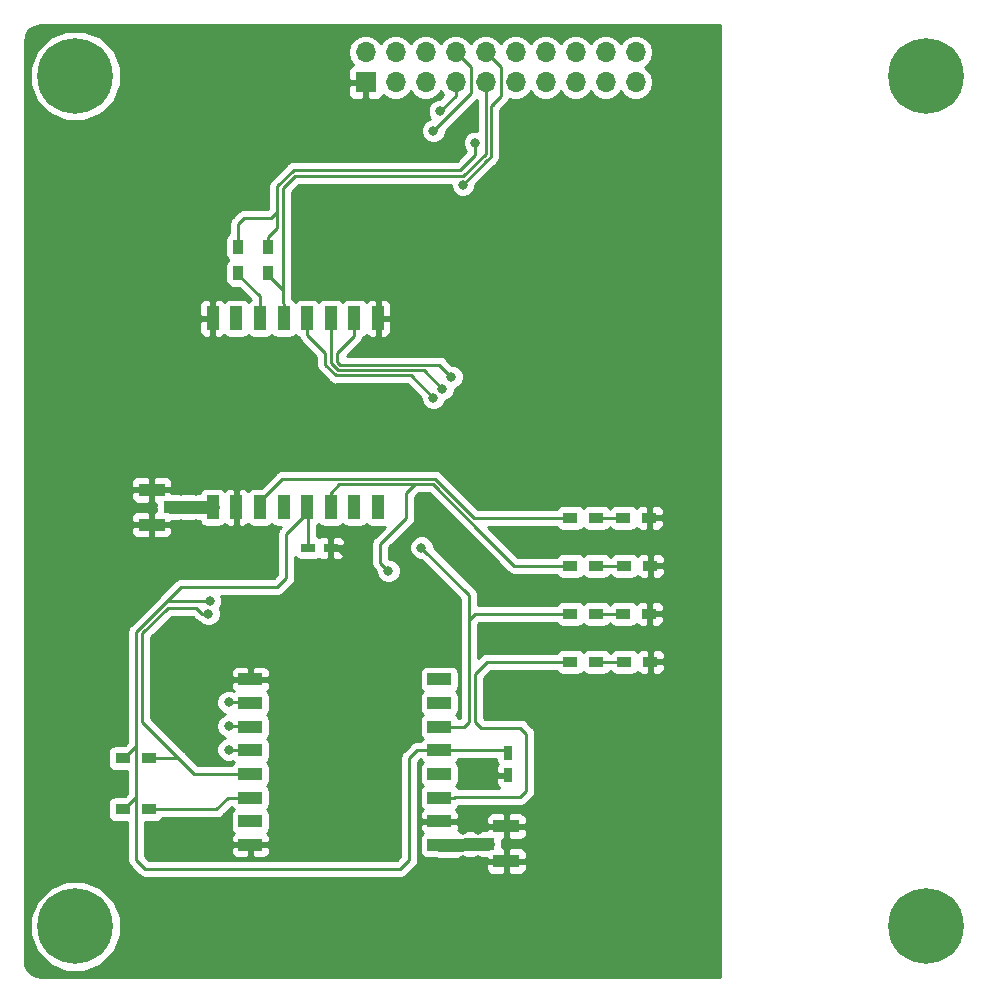
<source format=gbr>
G04 #@! TF.GenerationSoftware,KiCad,Pcbnew,(5.0.0)*
G04 #@! TF.CreationDate,2019-04-04T16:01:48-04:00*
G04 #@! TF.ProjectId,Radio Board,526164696F20426F6172642E6B696361,rev?*
G04 #@! TF.SameCoordinates,Original*
G04 #@! TF.FileFunction,Copper,L1,Top,Signal*
G04 #@! TF.FilePolarity,Positive*
%FSLAX46Y46*%
G04 Gerber Fmt 4.6, Leading zero omitted, Abs format (unit mm)*
G04 Created by KiCad (PCBNEW (5.0.0)) date 04/04/19 16:01:48*
%MOMM*%
%LPD*%
G01*
G04 APERTURE LIST*
G04 #@! TA.AperFunction,SMDPad,CuDef*
%ADD10R,2.000000X1.000000*%
G04 #@! TD*
G04 #@! TA.AperFunction,ComponentPad*
%ADD11C,6.400000*%
G04 #@! TD*
G04 #@! TA.AperFunction,SMDPad,CuDef*
%ADD12R,1.200000X0.750000*%
G04 #@! TD*
G04 #@! TA.AperFunction,SMDPad,CuDef*
%ADD13R,0.750000X1.200000*%
G04 #@! TD*
G04 #@! TA.AperFunction,SMDPad,CuDef*
%ADD14R,2.200000X1.050000*%
G04 #@! TD*
G04 #@! TA.AperFunction,SMDPad,CuDef*
%ADD15R,1.050000X1.000000*%
G04 #@! TD*
G04 #@! TA.AperFunction,SMDPad,CuDef*
%ADD16R,0.900000X1.200000*%
G04 #@! TD*
G04 #@! TA.AperFunction,SMDPad,CuDef*
%ADD17R,1.200000X0.900000*%
G04 #@! TD*
G04 #@! TA.AperFunction,SMDPad,CuDef*
%ADD18R,1.000000X2.000000*%
G04 #@! TD*
G04 #@! TA.AperFunction,ComponentPad*
%ADD19O,1.700000X1.700000*%
G04 #@! TD*
G04 #@! TA.AperFunction,ComponentPad*
%ADD20R,1.700000X1.700000*%
G04 #@! TD*
G04 #@! TA.AperFunction,ViaPad*
%ADD21C,0.800000*%
G04 #@! TD*
G04 #@! TA.AperFunction,Conductor*
%ADD22C,0.250000*%
G04 #@! TD*
G04 #@! TA.AperFunction,Conductor*
%ADD23C,1.100000*%
G04 #@! TD*
G04 #@! TA.AperFunction,Conductor*
%ADD24C,0.254000*%
G04 #@! TD*
G04 APERTURE END LIST*
D10*
G04 #@! TO.P,U2,1*
G04 #@! TO.N,GND*
X19814000Y-56104000D03*
G04 #@! TO.P,U2,2*
G04 #@! TO.N,/MISO*
X19814000Y-58104000D03*
G04 #@! TO.P,U2,3*
G04 #@! TO.N,/MOSI*
X19814000Y-60104000D03*
G04 #@! TO.P,U2,4*
G04 #@! TO.N,/SCK*
X19814000Y-62104000D03*
G04 #@! TO.P,U2,5*
G04 #@! TO.N,/~CS2*
X19814000Y-64104000D03*
G04 #@! TO.P,U2,6*
G04 #@! TO.N,Net-(R2-Pad2)*
X19814000Y-66104000D03*
G04 #@! TO.P,U2,7*
G04 #@! TO.N,Net-(U2-Pad7)*
X19814000Y-68104000D03*
G04 #@! TO.P,U2,8*
G04 #@! TO.N,GND*
X19814000Y-70104000D03*
G04 #@! TO.P,U2,9*
G04 #@! TO.N,Net-(J3-Pad1)*
X35814000Y-70104000D03*
G04 #@! TO.P,U2,10*
G04 #@! TO.N,GND*
X35814000Y-68104000D03*
G04 #@! TO.P,U2,11*
G04 #@! TO.N,Net-(R8-Pad2)*
X35814000Y-66104000D03*
G04 #@! TO.P,U2,12*
G04 #@! TO.N,Net-(U2-Pad12)*
X35814000Y-64104000D03*
G04 #@! TO.P,U2,13*
G04 #@! TO.N,+3V3*
X35814000Y-62104000D03*
G04 #@! TO.P,U2,14*
G04 #@! TO.N,/INT2*
X35814000Y-60104000D03*
G04 #@! TO.P,U2,15*
G04 #@! TO.N,Net-(U2-Pad15)*
X35814000Y-58104000D03*
G04 #@! TO.P,U2,16*
G04 #@! TO.N,Net-(U2-Pad16)*
X35814000Y-56104000D03*
G04 #@! TD*
D11*
G04 #@! TO.P,REF\002A\002A,1*
G04 #@! TO.N,N/C*
X5000000Y-77000000D03*
G04 #@! TD*
G04 #@! TO.P,REF\002A\002A,1*
G04 #@! TO.N,N/C*
X5000000Y-5000000D03*
G04 #@! TD*
G04 #@! TO.P,REF\002A\002A,1*
G04 #@! TO.N,N/C*
X77000000Y-77000000D03*
G04 #@! TD*
G04 #@! TO.P,REF\002A\002A,1*
G04 #@! TO.N,N/C*
X77000000Y-5000000D03*
G04 #@! TD*
D12*
G04 #@! TO.P,C1,2*
G04 #@! TO.N,GND*
X26604000Y-44958000D03*
G04 #@! TO.P,C1,1*
G04 #@! TO.N,+3V3*
X24704000Y-44958000D03*
G04 #@! TD*
D13*
G04 #@! TO.P,C2,1*
G04 #@! TO.N,+3V3*
X41656000Y-62296000D03*
G04 #@! TO.P,C2,2*
G04 #@! TO.N,GND*
X41656000Y-64196000D03*
G04 #@! TD*
D14*
G04 #@! TO.P,J2,2*
G04 #@! TO.N,GND*
X11463000Y-40054000D03*
D15*
G04 #@! TO.P,J2,1*
G04 #@! TO.N,Net-(J2-Pad1)*
X12988000Y-41529000D03*
D14*
G04 #@! TO.P,J2,2*
G04 #@! TO.N,GND*
X11463000Y-43004000D03*
G04 #@! TD*
G04 #@! TO.P,J3,2*
G04 #@! TO.N,GND*
X41475000Y-68525000D03*
D15*
G04 #@! TO.P,J3,1*
G04 #@! TO.N,Net-(J3-Pad1)*
X39950000Y-70000000D03*
D14*
G04 #@! TO.P,J3,2*
G04 #@! TO.N,GND*
X41475000Y-71475000D03*
G04 #@! TD*
D16*
G04 #@! TO.P,R1,2*
G04 #@! TO.N,Net-(R1-Pad2)*
X18796000Y-21674000D03*
G04 #@! TO.P,R1,1*
G04 #@! TO.N,+3V3*
X18796000Y-19474000D03*
G04 #@! TD*
D17*
G04 #@! TO.P,R2,2*
G04 #@! TO.N,Net-(R2-Pad2)*
X11191044Y-67087485D03*
G04 #@! TO.P,R2,1*
G04 #@! TO.N,+3V3*
X8991044Y-67087485D03*
G04 #@! TD*
D16*
G04 #@! TO.P,R3,1*
G04 #@! TO.N,+3V3*
X21336000Y-19474000D03*
G04 #@! TO.P,R3,2*
G04 #@! TO.N,/~CS1*
X21336000Y-21674000D03*
G04 #@! TD*
D17*
G04 #@! TO.P,R4,1*
G04 #@! TO.N,+3V3*
X8991044Y-62769485D03*
G04 #@! TO.P,R4,2*
G04 #@! TO.N,/~CS2*
X11191044Y-62769485D03*
G04 #@! TD*
G04 #@! TO.P,D1,1*
G04 #@! TO.N,GND*
X53678000Y-46482000D03*
G04 #@! TO.P,D1,2*
G04 #@! TO.N,Net-(D1-Pad2)*
X51478000Y-46482000D03*
G04 #@! TD*
G04 #@! TO.P,D2,1*
G04 #@! TO.N,GND*
X53594000Y-50546000D03*
G04 #@! TO.P,D2,2*
G04 #@! TO.N,Net-(D2-Pad2)*
X51394000Y-50546000D03*
G04 #@! TD*
G04 #@! TO.P,D3,2*
G04 #@! TO.N,Net-(D3-Pad2)*
X51394000Y-42418000D03*
G04 #@! TO.P,D3,1*
G04 #@! TO.N,GND*
X53594000Y-42418000D03*
G04 #@! TD*
G04 #@! TO.P,D4,2*
G04 #@! TO.N,Net-(D4-Pad2)*
X51478000Y-54610000D03*
G04 #@! TO.P,D4,1*
G04 #@! TO.N,GND*
X53678000Y-54610000D03*
G04 #@! TD*
G04 #@! TO.P,R5,1*
G04 #@! TO.N,Net-(D1-Pad2)*
X49106000Y-46482000D03*
G04 #@! TO.P,R5,2*
G04 #@! TO.N,/INT1*
X46906000Y-46482000D03*
G04 #@! TD*
G04 #@! TO.P,R6,2*
G04 #@! TO.N,/INT2*
X46906000Y-50546000D03*
G04 #@! TO.P,R6,1*
G04 #@! TO.N,Net-(D2-Pad2)*
X49106000Y-50546000D03*
G04 #@! TD*
G04 #@! TO.P,R7,2*
G04 #@! TO.N,Net-(R7-Pad2)*
X46906000Y-42418000D03*
G04 #@! TO.P,R7,1*
G04 #@! TO.N,Net-(D3-Pad2)*
X49106000Y-42418000D03*
G04 #@! TD*
G04 #@! TO.P,R8,1*
G04 #@! TO.N,Net-(D4-Pad2)*
X49106000Y-54610000D03*
G04 #@! TO.P,R8,2*
G04 #@! TO.N,Net-(R8-Pad2)*
X46906000Y-54610000D03*
G04 #@! TD*
D18*
G04 #@! TO.P,U1,16*
G04 #@! TO.N,Net-(U1-Pad16)*
X30622000Y-41528000D03*
G04 #@! TO.P,U1,15*
G04 #@! TO.N,Net-(U1-Pad15)*
X28622000Y-41528000D03*
G04 #@! TO.P,U1,14*
G04 #@! TO.N,/INT1*
X26622000Y-41528000D03*
G04 #@! TO.P,U1,13*
G04 #@! TO.N,+3V3*
X24622000Y-41528000D03*
G04 #@! TO.P,U1,12*
G04 #@! TO.N,Net-(U1-Pad12)*
X22622000Y-41528000D03*
G04 #@! TO.P,U1,11*
G04 #@! TO.N,Net-(R7-Pad2)*
X20622000Y-41528000D03*
G04 #@! TO.P,U1,10*
G04 #@! TO.N,GND*
X18622000Y-41528000D03*
G04 #@! TO.P,U1,9*
G04 #@! TO.N,Net-(J2-Pad1)*
X16622000Y-41528000D03*
G04 #@! TO.P,U1,8*
G04 #@! TO.N,GND*
X16622000Y-25528000D03*
G04 #@! TO.P,U1,7*
G04 #@! TO.N,Net-(U1-Pad7)*
X18622000Y-25528000D03*
G04 #@! TO.P,U1,6*
G04 #@! TO.N,Net-(R1-Pad2)*
X20622000Y-25528000D03*
G04 #@! TO.P,U1,5*
G04 #@! TO.N,/~CS1*
X22622000Y-25528000D03*
G04 #@! TO.P,U1,4*
G04 #@! TO.N,/SCK*
X24622000Y-25528000D03*
G04 #@! TO.P,U1,3*
G04 #@! TO.N,/MOSI*
X26622000Y-25528000D03*
G04 #@! TO.P,U1,2*
G04 #@! TO.N,/MISO*
X28622000Y-25528000D03*
G04 #@! TO.P,U1,1*
G04 #@! TO.N,GND*
X30622000Y-25528000D03*
G04 #@! TD*
D19*
G04 #@! TO.P,J1,20*
G04 #@! TO.N,Net-(J1-Pad20)*
X52430000Y-3000000D03*
G04 #@! TO.P,J1,19*
G04 #@! TO.N,+3V3*
X52430000Y-5540000D03*
G04 #@! TO.P,J1,18*
G04 #@! TO.N,Net-(J1-Pad18)*
X49890000Y-3000000D03*
G04 #@! TO.P,J1,17*
G04 #@! TO.N,Net-(J1-Pad17)*
X49890000Y-5540000D03*
G04 #@! TO.P,J1,16*
G04 #@! TO.N,Net-(J1-Pad16)*
X47350000Y-3000000D03*
G04 #@! TO.P,J1,15*
G04 #@! TO.N,Net-(J1-Pad15)*
X47350000Y-5540000D03*
G04 #@! TO.P,J1,14*
G04 #@! TO.N,Net-(J1-Pad14)*
X44810000Y-3000000D03*
G04 #@! TO.P,J1,13*
G04 #@! TO.N,Net-(J1-Pad13)*
X44810000Y-5540000D03*
G04 #@! TO.P,J1,12*
G04 #@! TO.N,Net-(J1-Pad12)*
X42270000Y-3000000D03*
G04 #@! TO.P,J1,11*
G04 #@! TO.N,Net-(J1-Pad11)*
X42270000Y-5540000D03*
G04 #@! TO.P,J1,10*
G04 #@! TO.N,/~CS2*
X39730000Y-3000000D03*
G04 #@! TO.P,J1,9*
G04 #@! TO.N,/~CS1*
X39730000Y-5540000D03*
G04 #@! TO.P,J1,8*
G04 #@! TO.N,/SCK*
X37190000Y-3000000D03*
G04 #@! TO.P,J1,7*
G04 #@! TO.N,/MOSI*
X37190000Y-5540000D03*
G04 #@! TO.P,J1,6*
G04 #@! TO.N,/MISO*
X34650000Y-3000000D03*
G04 #@! TO.P,J1,5*
G04 #@! TO.N,/INT1*
X34650000Y-5540000D03*
G04 #@! TO.P,J1,4*
G04 #@! TO.N,/INT2*
X32110000Y-3000000D03*
G04 #@! TO.P,J1,3*
G04 #@! TO.N,Net-(J1-Pad3)*
X32110000Y-5540000D03*
G04 #@! TO.P,J1,2*
G04 #@! TO.N,Net-(J1-Pad2)*
X29570000Y-3000000D03*
D20*
G04 #@! TO.P,J1,1*
G04 #@! TO.N,GND*
X29570000Y-5540000D03*
G04 #@! TD*
D21*
G04 #@! TO.N,GND*
X58420000Y-80010000D03*
X55880000Y-80010000D03*
X53340000Y-80010000D03*
X50800000Y-80010000D03*
X48260000Y-80010000D03*
X45720000Y-80010000D03*
X43180000Y-80010000D03*
X40640000Y-80010000D03*
X38100000Y-80010000D03*
X35560000Y-80010000D03*
X33020000Y-80010000D03*
X30480000Y-80010000D03*
X27940000Y-80010000D03*
X25400000Y-80010000D03*
X22860000Y-80010000D03*
X20320000Y-80010000D03*
X17780000Y-80010000D03*
X15240000Y-80010000D03*
X12700000Y-80010000D03*
X10160000Y-80010000D03*
X15240000Y-40132000D03*
X13970000Y-40132000D03*
X13970000Y-42926000D03*
X15240000Y-42926000D03*
X37846000Y-68834000D03*
X39116000Y-68834000D03*
X39116000Y-71374000D03*
X37846000Y-71374000D03*
X10160000Y-2540000D03*
X12700000Y-2540000D03*
X15240000Y-2540000D03*
X17780000Y-2540000D03*
X20320000Y-2540000D03*
X22860000Y-2540000D03*
X55880000Y-2540000D03*
X58420000Y-2540000D03*
X58420000Y-5080000D03*
X58420000Y-7620000D03*
X58420000Y-10160000D03*
X58420000Y-12700000D03*
X58420000Y-15240000D03*
X58420000Y-17780000D03*
X58420000Y-20320000D03*
X58420000Y-22860000D03*
X58420000Y-25400000D03*
X58420000Y-27940000D03*
X58420000Y-30480000D03*
X58420000Y-33020000D03*
X58420000Y-35560000D03*
X58420000Y-38100000D03*
X58420000Y-40640000D03*
X58420000Y-43180000D03*
X58420000Y-45720000D03*
X58420000Y-48260000D03*
X58420000Y-50800000D03*
X58420000Y-53340000D03*
X58420000Y-55880000D03*
X58420000Y-58420000D03*
X58420000Y-60960000D03*
X58420000Y-63500000D03*
X58420000Y-66040000D03*
X58420000Y-68580000D03*
X58420000Y-71120000D03*
X58420000Y-73660000D03*
X58420000Y-76200000D03*
X58420000Y-80010000D03*
X2540000Y-73660000D03*
X2540000Y-71120000D03*
X2540000Y-68580000D03*
X2540000Y-66040000D03*
X2540000Y-63500000D03*
X2540000Y-60960000D03*
X2540000Y-58420000D03*
X2540000Y-55880000D03*
X2540000Y-53340000D03*
X2540000Y-50800000D03*
X2540000Y-48260000D03*
X2540000Y-45720000D03*
X2540000Y-43180000D03*
X2540000Y-40640000D03*
X2540000Y-38100000D03*
X2540000Y-35560000D03*
X2540000Y-33020000D03*
X2540000Y-30480000D03*
X2540000Y-27940000D03*
X2540000Y-25400000D03*
X2540000Y-22860000D03*
X2540000Y-20320000D03*
X2540000Y-17780000D03*
X2540000Y-15240000D03*
X2540000Y-12700000D03*
X2540000Y-10160000D03*
X28448000Y-46228000D03*
X39624000Y-64262000D03*
X27178000Y-62992000D03*
X28194000Y-62992000D03*
X26162000Y-62992000D03*
X26670000Y-61976000D03*
X27686000Y-61976000D03*
X26670000Y-64008000D03*
X27686000Y-64008000D03*
X47244000Y-39624000D03*
X46228000Y-39624000D03*
X47244000Y-37592000D03*
X45720000Y-38608000D03*
X46736000Y-38608000D03*
X47752000Y-38608000D03*
X46228000Y-37592000D03*
X23368000Y-35052000D03*
X22352000Y-35052000D03*
X22860000Y-34036000D03*
X23876000Y-34036000D03*
X21844000Y-34036000D03*
X22352000Y-33020000D03*
X23368000Y-33020000D03*
X45974000Y-13462000D03*
X46990000Y-13462000D03*
X47498000Y-14478000D03*
X46482000Y-14478000D03*
X46482000Y-12446000D03*
X48006000Y-13462000D03*
X47498000Y-12446000D03*
X16256000Y-8128000D03*
X15748000Y-9144000D03*
X15240000Y-8128000D03*
X14732000Y-9144000D03*
X16256000Y-10160000D03*
X15240000Y-10160000D03*
X16764000Y-9144000D03*
X48387000Y-62865000D03*
X47371000Y-62865000D03*
X47879000Y-61849000D03*
X48895000Y-61849000D03*
X46863000Y-61849000D03*
X47371000Y-60833000D03*
X48387000Y-60833000D03*
X29210000Y-19812000D03*
X28194000Y-19812000D03*
X28702000Y-18796000D03*
X29718000Y-18796000D03*
X27686000Y-18796000D03*
X28194000Y-17780000D03*
X29210000Y-17780000D03*
X45720000Y-27051000D03*
X46736000Y-27051000D03*
X46228000Y-28067000D03*
X46228000Y-26035000D03*
X47752000Y-27051000D03*
X47244000Y-28067000D03*
X47244000Y-26035000D03*
G04 #@! TO.N,+3V3*
X38862000Y-10668000D03*
X16387653Y-49493000D03*
G04 #@! TO.N,/INT2*
X34303847Y-44934847D03*
G04 #@! TO.N,/INT1*
X31496000Y-46902000D03*
G04 #@! TO.N,/~CS2*
X16256000Y-50546000D03*
X37809000Y-14224000D03*
G04 #@! TO.N,/SCK*
X17979044Y-62038485D03*
X35306000Y-32258000D03*
X35306000Y-9652000D03*
G04 #@! TO.N,/MOSI*
X17979044Y-60038485D03*
X36068000Y-31496000D03*
X35851000Y-8005653D03*
G04 #@! TO.N,/MISO*
X17979044Y-58038485D03*
X36830000Y-30480000D03*
G04 #@! TD*
D22*
G04 #@! TO.N,GND*
X26604000Y-44958000D02*
X27178000Y-44958000D01*
X27178000Y-44958000D02*
X28448000Y-46228000D01*
X41656000Y-64196000D02*
X39690000Y-64196000D01*
X39690000Y-64196000D02*
X39624000Y-64262000D01*
G04 #@! TO.N,+3V3*
X13339559Y-72136000D02*
X13462000Y-72136000D01*
X13462000Y-72136000D02*
X26924000Y-72136000D01*
X41464000Y-62104000D02*
X41656000Y-62296000D01*
X35814000Y-62104000D02*
X41464000Y-62104000D01*
X26924000Y-72136000D02*
X32512000Y-72136000D01*
X32512000Y-72136000D02*
X33274000Y-71374000D01*
X33274000Y-71374000D02*
X33274000Y-62738000D01*
X33908000Y-62104000D02*
X35814000Y-62104000D01*
X33274000Y-62738000D02*
X33908000Y-62104000D01*
X12192000Y-72136000D02*
X13462000Y-72136000D01*
X9141044Y-62769485D02*
X8991044Y-62769485D01*
X10160000Y-61750529D02*
X9141044Y-62769485D01*
X10160000Y-61214000D02*
X10160000Y-61750529D01*
X9141044Y-67087485D02*
X8991044Y-67087485D01*
X10160000Y-66068529D02*
X9141044Y-67087485D01*
X10160000Y-61214000D02*
X10160000Y-66068529D01*
X10160000Y-71374000D02*
X10922000Y-72136000D01*
X10160000Y-66068529D02*
X10160000Y-71374000D01*
X10922000Y-72136000D02*
X12192000Y-72136000D01*
X24704000Y-41610000D02*
X24622000Y-41528000D01*
X24704000Y-44958000D02*
X24704000Y-41610000D01*
X24622000Y-42028000D02*
X24622000Y-41528000D01*
X22860000Y-43790000D02*
X24622000Y-42028000D01*
X22098000Y-48260000D02*
X22860000Y-47498000D01*
X22860000Y-47498000D02*
X22860000Y-43790000D01*
X19304000Y-48260000D02*
X22098000Y-48260000D01*
X21336000Y-18624000D02*
X21336000Y-19474000D01*
X38862000Y-10668000D02*
X38862000Y-11684000D01*
X38862000Y-11684000D02*
X37592000Y-12954000D01*
X37592000Y-12954000D02*
X23493590Y-12954000D01*
X23493590Y-12954000D02*
X22098000Y-14349590D01*
X22098000Y-17862000D02*
X21336000Y-18624000D01*
X22098000Y-15322000D02*
X22098000Y-14349590D01*
X22098000Y-14349590D02*
X22098000Y-16510000D01*
X22098000Y-16510000D02*
X22098000Y-17862000D01*
X21590000Y-17018000D02*
X22098000Y-16510000D01*
X19304000Y-17018000D02*
X21590000Y-17018000D01*
X18796000Y-17526000D02*
X19304000Y-17018000D01*
X18796000Y-19474000D02*
X18796000Y-17526000D01*
X10160000Y-54102000D02*
X10160000Y-52070000D01*
X10160000Y-54102000D02*
X10160000Y-61214000D01*
X10160000Y-52070000D02*
X12737000Y-49493000D01*
X12737000Y-49493000D02*
X16387653Y-49493000D01*
X13970000Y-48260000D02*
X14224000Y-48260000D01*
X12737000Y-49493000D02*
X13970000Y-48260000D01*
X19304000Y-48260000D02*
X14224000Y-48260000D01*
G04 #@! TO.N,/INT2*
X37592000Y-60104000D02*
X37940000Y-60104000D01*
X37592000Y-60104000D02*
X37846000Y-60104000D01*
X35814000Y-60104000D02*
X37592000Y-60104000D01*
X37940000Y-60104000D02*
X38354000Y-59690000D01*
X38354000Y-59690000D02*
X38354000Y-51816000D01*
X38354000Y-48985000D02*
X34303847Y-44934847D01*
X38354000Y-51308000D02*
X38354000Y-48985000D01*
X38354000Y-51816000D02*
X38354000Y-51308000D01*
G04 #@! TO.N,/INT1*
X26622000Y-41528000D02*
X26622000Y-42028000D01*
X26622000Y-40278000D02*
X27333990Y-39566010D01*
X26622000Y-41528000D02*
X26622000Y-40278000D01*
X27333990Y-39566010D02*
X33782000Y-39566010D01*
X33782000Y-39566010D02*
X35248010Y-39566010D01*
X33020000Y-40328010D02*
X33782000Y-39566010D01*
X33020000Y-42418000D02*
X33020000Y-40328010D01*
X30822000Y-44616000D02*
X33020000Y-42418000D01*
X31496000Y-46902000D02*
X30822000Y-46228000D01*
X30822000Y-46228000D02*
X30822000Y-44616000D01*
G04 #@! TO.N,/~CS2*
X11191044Y-62769485D02*
X13716000Y-62769485D01*
X13716000Y-62769485D02*
X13716000Y-62738000D01*
X15082000Y-64104000D02*
X19814000Y-64104000D01*
X13716000Y-62738000D02*
X15082000Y-64104000D01*
X13716000Y-62738000D02*
X11684000Y-60706000D01*
X11684000Y-60706000D02*
X11176000Y-60198000D01*
X11176000Y-60198000D02*
X10668000Y-59690000D01*
X10668000Y-59690000D02*
X10668000Y-52198410D01*
X10668000Y-52198410D02*
X12828410Y-50038000D01*
X12828410Y-50038000D02*
X15240000Y-50038000D01*
X15240000Y-50038000D02*
X15748000Y-50546000D01*
X15748000Y-50546000D02*
X16256000Y-50546000D01*
X37809000Y-14224000D02*
X38100000Y-14224000D01*
X37809000Y-14224000D02*
X37809000Y-14135410D01*
X40180010Y-7571990D02*
X40640000Y-7112000D01*
X40328010Y-7423990D02*
X40640000Y-7112000D01*
X40180010Y-11852990D02*
X39878000Y-12155000D01*
X40180010Y-11430000D02*
X40180010Y-11852990D01*
X39878000Y-12155000D02*
X40095000Y-11938000D01*
X37809000Y-14224000D02*
X39878000Y-12155000D01*
X40180010Y-11430000D02*
X40180010Y-7571990D01*
X40180010Y-11764400D02*
X40180010Y-11430000D01*
G04 #@! TO.N,/~CS1*
X39730000Y-5540000D02*
X39730000Y-6742081D01*
X39730000Y-11578000D02*
X39730000Y-5540000D01*
X22622000Y-25528000D02*
X22622000Y-24278000D01*
X22606000Y-14478000D02*
X23622000Y-13462000D01*
X22622000Y-24278000D02*
X22606000Y-24262000D01*
X23622000Y-13462000D02*
X37846000Y-13462000D01*
X37846000Y-13462000D02*
X39730000Y-11578000D01*
X22606000Y-23094000D02*
X22606000Y-23368000D01*
X21336000Y-21824000D02*
X22606000Y-23094000D01*
X21336000Y-21674000D02*
X21336000Y-21824000D01*
X22606000Y-24262000D02*
X22606000Y-23368000D01*
X22606000Y-23368000D02*
X22606000Y-14478000D01*
G04 #@! TO.N,/SCK*
X19748485Y-62038485D02*
X19814000Y-62104000D01*
X17979044Y-62038485D02*
X19748485Y-62038485D01*
X24622000Y-26924000D02*
X24622000Y-25528000D01*
X26162000Y-28464000D02*
X24622000Y-26924000D01*
X26162000Y-29466820D02*
X26162000Y-28464000D01*
X27059198Y-30364018D02*
X26162000Y-29466820D01*
X33412019Y-30364019D02*
X27059198Y-30364018D01*
X35306000Y-32258000D02*
X33412019Y-30364019D01*
G04 #@! TO.N,/MOSI*
X19748485Y-60038485D02*
X19814000Y-60104000D01*
X17979044Y-60038485D02*
X19748485Y-60038485D01*
X37190000Y-6666653D02*
X37190000Y-5540000D01*
X35851000Y-8005653D02*
X37190000Y-6666653D01*
X26622000Y-28956000D02*
X26622000Y-25528000D01*
X26622000Y-29290410D02*
X26622000Y-28956000D01*
X27245599Y-29914009D02*
X26622000Y-29290410D01*
X34486010Y-29914010D02*
X27245599Y-29914009D01*
X36068000Y-31496000D02*
X34486010Y-29914010D01*
G04 #@! TO.N,/MISO*
X19748485Y-58038485D02*
X19814000Y-58104000D01*
X17979044Y-58038485D02*
X19748485Y-58038485D01*
X36830000Y-30480000D02*
X36576000Y-30480000D01*
X28622000Y-27004000D02*
X28622000Y-25528000D01*
X27178000Y-28448000D02*
X28622000Y-27004000D01*
X27178000Y-29210000D02*
X27178000Y-28448000D01*
X27432000Y-29464000D02*
X27178000Y-29210000D01*
X36830000Y-30480000D02*
X35814000Y-29464000D01*
X35814000Y-29464000D02*
X27432000Y-29464000D01*
G04 #@! TO.N,Net-(J2-Pad1)*
X13019255Y-41497745D02*
X12988000Y-41529000D01*
X16621000Y-41529000D02*
X16622000Y-41528000D01*
D23*
X12988000Y-41529000D02*
X16621000Y-41529000D01*
D22*
G04 #@! TO.N,Net-(J3-Pad1)*
X39911515Y-70038485D02*
X39950000Y-70000000D01*
D23*
X39950000Y-70000000D02*
X35814000Y-70104000D01*
D22*
G04 #@! TO.N,Net-(R1-Pad2)*
X18796000Y-21824000D02*
X18796000Y-21674000D01*
X20622000Y-23650000D02*
X18796000Y-21824000D01*
X20622000Y-25528000D02*
X20622000Y-23650000D01*
G04 #@! TO.N,Net-(R2-Pad2)*
X11191044Y-67087485D02*
X16930044Y-67087485D01*
X17913529Y-66104000D02*
X16930044Y-67087485D01*
X19814000Y-66104000D02*
X17913529Y-66104000D01*
G04 #@! TO.N,Net-(D1-Pad2)*
X49106000Y-46482000D02*
X51478000Y-46482000D01*
G04 #@! TO.N,Net-(D2-Pad2)*
X49106000Y-50546000D02*
X51394000Y-50546000D01*
G04 #@! TO.N,Net-(D3-Pad2)*
X49106000Y-42418000D02*
X51394000Y-42418000D01*
G04 #@! TO.N,Net-(D4-Pad2)*
X49106000Y-54610000D02*
X51478000Y-54610000D01*
G04 #@! TO.N,/~CS2*
X40767000Y-6985000D02*
X40640000Y-7112000D01*
X41021000Y-6731000D02*
X40767000Y-6985000D01*
X41021000Y-4291000D02*
X41021000Y-6731000D01*
X39730000Y-3000000D02*
X41021000Y-4291000D01*
G04 #@! TO.N,/SCK*
X38481000Y-4291000D02*
X37190000Y-3000000D01*
X35306000Y-9652000D02*
X38481000Y-6477000D01*
X38481000Y-6477000D02*
X38481000Y-4291000D01*
G04 #@! TO.N,/INT1*
X46906000Y-46482000D02*
X42814000Y-46482000D01*
X35248010Y-39566010D02*
X39370000Y-43688000D01*
X39370000Y-43688000D02*
X39624000Y-43942000D01*
X42164000Y-46482000D02*
X41148000Y-45466000D01*
X45212000Y-46482000D02*
X42164000Y-46482000D01*
X41148000Y-45466000D02*
X39370000Y-43688000D01*
X45212000Y-46482000D02*
X42418000Y-46482000D01*
X46906000Y-46482000D02*
X45212000Y-46482000D01*
G04 #@! TO.N,/INT2*
X42814000Y-50546000D02*
X46906000Y-50546000D01*
X38354000Y-51054000D02*
X38862000Y-50546000D01*
X38354000Y-51308000D02*
X38354000Y-51054000D01*
X39370000Y-50546000D02*
X38862000Y-50546000D01*
X39370000Y-50546000D02*
X39116000Y-50546000D01*
X46906000Y-50546000D02*
X39370000Y-50546000D01*
G04 #@! TO.N,Net-(R7-Pad2)*
X22534000Y-39116000D02*
X35434411Y-39116001D01*
X20622000Y-41028000D02*
X22534000Y-39116000D01*
X20622000Y-41528000D02*
X20622000Y-41028000D01*
X41019590Y-42418000D02*
X46906000Y-42418000D01*
X38736410Y-42418000D02*
X38482410Y-42164000D01*
X41019590Y-42418000D02*
X38736410Y-42418000D01*
X35434411Y-39116001D02*
X38482410Y-42164000D01*
G04 #@! TO.N,Net-(R8-Pad2)*
X43322000Y-54610000D02*
X46906000Y-54610000D01*
X39370000Y-60198000D02*
X38862000Y-59690000D01*
X42672000Y-60198000D02*
X39370000Y-60198000D01*
X37064000Y-66104000D02*
X37128000Y-66040000D01*
X35814000Y-66104000D02*
X37064000Y-66104000D01*
X37128000Y-66040000D02*
X42672000Y-66040000D01*
X42672000Y-66040000D02*
X43180000Y-65532000D01*
X43180000Y-65532000D02*
X43180000Y-60706000D01*
X43180000Y-60706000D02*
X42672000Y-60198000D01*
X39878000Y-54610000D02*
X38862000Y-55626000D01*
X46906000Y-54610000D02*
X39878000Y-54610000D01*
X38862000Y-59690000D02*
X38862000Y-55626000D01*
G04 #@! TD*
D24*
G04 #@! TO.N,GND*
G36*
X59563000Y-81265000D02*
X2052364Y-81265000D01*
X1647062Y-81206956D01*
X1322496Y-81059385D01*
X1052394Y-80826650D01*
X858468Y-80527459D01*
X749030Y-80161525D01*
X735000Y-79972727D01*
X735000Y-76237171D01*
X1165000Y-76237171D01*
X1165000Y-77762829D01*
X1748844Y-79172353D01*
X2827647Y-80251156D01*
X4237171Y-80835000D01*
X5762829Y-80835000D01*
X7172353Y-80251156D01*
X8251156Y-79172353D01*
X8835000Y-77762829D01*
X8835000Y-76237171D01*
X8251156Y-74827647D01*
X7172353Y-73748844D01*
X5762829Y-73165000D01*
X4237171Y-73165000D01*
X2827647Y-73748844D01*
X1748844Y-74827647D01*
X1165000Y-76237171D01*
X735000Y-76237171D01*
X735000Y-62319485D01*
X7743604Y-62319485D01*
X7743604Y-63219485D01*
X7792887Y-63467250D01*
X7933235Y-63677294D01*
X8143279Y-63817642D01*
X8391044Y-63866925D01*
X9400001Y-63866925D01*
X9400001Y-65753726D01*
X9163682Y-65990045D01*
X8391044Y-65990045D01*
X8143279Y-66039328D01*
X7933235Y-66179676D01*
X7792887Y-66389720D01*
X7743604Y-66637485D01*
X7743604Y-67537485D01*
X7792887Y-67785250D01*
X7933235Y-67995294D01*
X8143279Y-68135642D01*
X8391044Y-68184925D01*
X9400000Y-68184925D01*
X9400001Y-71299148D01*
X9385112Y-71374000D01*
X9400001Y-71448851D01*
X9400001Y-71448852D01*
X9444097Y-71670537D01*
X9612072Y-71921929D01*
X9675528Y-71964329D01*
X10331671Y-72620473D01*
X10374071Y-72683929D01*
X10437527Y-72726329D01*
X10625462Y-72851904D01*
X10673605Y-72861480D01*
X10847148Y-72896000D01*
X10847152Y-72896000D01*
X10922000Y-72910888D01*
X10996848Y-72896000D01*
X32437153Y-72896000D01*
X32512000Y-72910888D01*
X32586847Y-72896000D01*
X32586852Y-72896000D01*
X32808537Y-72851904D01*
X33059929Y-72683929D01*
X33102331Y-72620470D01*
X33758473Y-71964329D01*
X33821929Y-71921929D01*
X33929626Y-71760750D01*
X39740000Y-71760750D01*
X39740000Y-72126310D01*
X39836673Y-72359699D01*
X40015302Y-72538327D01*
X40248691Y-72635000D01*
X41189250Y-72635000D01*
X41348000Y-72476250D01*
X41348000Y-71602000D01*
X41602000Y-71602000D01*
X41602000Y-72476250D01*
X41760750Y-72635000D01*
X42701309Y-72635000D01*
X42934698Y-72538327D01*
X43113327Y-72359699D01*
X43210000Y-72126310D01*
X43210000Y-71760750D01*
X43051250Y-71602000D01*
X41602000Y-71602000D01*
X41348000Y-71602000D01*
X39898750Y-71602000D01*
X39740000Y-71760750D01*
X33929626Y-71760750D01*
X33989904Y-71670538D01*
X34003537Y-71602000D01*
X34034000Y-71448852D01*
X34034000Y-71448848D01*
X34048888Y-71374000D01*
X34034000Y-71299152D01*
X34034000Y-69604000D01*
X34166560Y-69604000D01*
X34166560Y-70604000D01*
X34215843Y-70851765D01*
X34356191Y-71061809D01*
X34566235Y-71202157D01*
X34814000Y-71251440D01*
X35495085Y-71251440D01*
X35727115Y-71291559D01*
X39741370Y-71190620D01*
X39898750Y-71348000D01*
X41348000Y-71348000D01*
X41348000Y-70473750D01*
X41602000Y-70473750D01*
X41602000Y-71348000D01*
X43051250Y-71348000D01*
X43210000Y-71189250D01*
X43210000Y-70823690D01*
X43113327Y-70590301D01*
X42934698Y-70411673D01*
X42701309Y-70315000D01*
X41760750Y-70315000D01*
X41602000Y-70473750D01*
X41348000Y-70473750D01*
X41189250Y-70315000D01*
X41122440Y-70315000D01*
X41122440Y-70174323D01*
X41157832Y-69969629D01*
X41122440Y-69812459D01*
X41122440Y-69685000D01*
X41189250Y-69685000D01*
X41348000Y-69526250D01*
X41348000Y-68652000D01*
X41602000Y-68652000D01*
X41602000Y-69526250D01*
X41760750Y-69685000D01*
X42701309Y-69685000D01*
X42934698Y-69588327D01*
X43113327Y-69409699D01*
X43210000Y-69176310D01*
X43210000Y-68810750D01*
X43051250Y-68652000D01*
X41602000Y-68652000D01*
X41348000Y-68652000D01*
X39898750Y-68652000D01*
X39740000Y-68810750D01*
X39740000Y-68819906D01*
X37387384Y-68879063D01*
X37449000Y-68730310D01*
X37449000Y-68389750D01*
X37290250Y-68231000D01*
X35941000Y-68231000D01*
X35941000Y-68251000D01*
X35687000Y-68251000D01*
X35687000Y-68231000D01*
X34337750Y-68231000D01*
X34179000Y-68389750D01*
X34179000Y-68730310D01*
X34275673Y-68963699D01*
X34417320Y-69105345D01*
X34356191Y-69146191D01*
X34215843Y-69356235D01*
X34166560Y-69604000D01*
X34034000Y-69604000D01*
X34034000Y-63052802D01*
X34222802Y-62864000D01*
X34224018Y-62864000D01*
X34356191Y-63061809D01*
X34419334Y-63104000D01*
X34356191Y-63146191D01*
X34215843Y-63356235D01*
X34166560Y-63604000D01*
X34166560Y-64604000D01*
X34215843Y-64851765D01*
X34356191Y-65061809D01*
X34419334Y-65104000D01*
X34356191Y-65146191D01*
X34215843Y-65356235D01*
X34166560Y-65604000D01*
X34166560Y-66604000D01*
X34215843Y-66851765D01*
X34356191Y-67061809D01*
X34417320Y-67102655D01*
X34275673Y-67244301D01*
X34179000Y-67477690D01*
X34179000Y-67818250D01*
X34337750Y-67977000D01*
X35687000Y-67977000D01*
X35687000Y-67957000D01*
X35941000Y-67957000D01*
X35941000Y-67977000D01*
X37290250Y-67977000D01*
X37393560Y-67873690D01*
X39740000Y-67873690D01*
X39740000Y-68239250D01*
X39898750Y-68398000D01*
X41348000Y-68398000D01*
X41348000Y-67523750D01*
X41602000Y-67523750D01*
X41602000Y-68398000D01*
X43051250Y-68398000D01*
X43210000Y-68239250D01*
X43210000Y-67873690D01*
X43113327Y-67640301D01*
X42934698Y-67461673D01*
X42701309Y-67365000D01*
X41760750Y-67365000D01*
X41602000Y-67523750D01*
X41348000Y-67523750D01*
X41189250Y-67365000D01*
X40248691Y-67365000D01*
X40015302Y-67461673D01*
X39836673Y-67640301D01*
X39740000Y-67873690D01*
X37393560Y-67873690D01*
X37449000Y-67818250D01*
X37449000Y-67477690D01*
X37352327Y-67244301D01*
X37210680Y-67102655D01*
X37271809Y-67061809D01*
X37412157Y-66851765D01*
X37422454Y-66800000D01*
X42597153Y-66800000D01*
X42672000Y-66814888D01*
X42746847Y-66800000D01*
X42746852Y-66800000D01*
X42968537Y-66755904D01*
X43219929Y-66587929D01*
X43262330Y-66524471D01*
X43664475Y-66122327D01*
X43727929Y-66079929D01*
X43770327Y-66016476D01*
X43770329Y-66016474D01*
X43895903Y-65828538D01*
X43895904Y-65828537D01*
X43940000Y-65606852D01*
X43940000Y-65606848D01*
X43954888Y-65532001D01*
X43940000Y-65457154D01*
X43940000Y-60780846D01*
X43954888Y-60705999D01*
X43940000Y-60631152D01*
X43940000Y-60631148D01*
X43895904Y-60409463D01*
X43785585Y-60244359D01*
X43770329Y-60221526D01*
X43770327Y-60221524D01*
X43727929Y-60158071D01*
X43664475Y-60115672D01*
X43262330Y-59713529D01*
X43219929Y-59650071D01*
X42968537Y-59482096D01*
X42746852Y-59438000D01*
X42746847Y-59438000D01*
X42672000Y-59423112D01*
X42597153Y-59438000D01*
X39684802Y-59438000D01*
X39622000Y-59375198D01*
X39622000Y-55940801D01*
X40192802Y-55370000D01*
X45749427Y-55370000D01*
X45848191Y-55517809D01*
X46058235Y-55658157D01*
X46306000Y-55707440D01*
X47506000Y-55707440D01*
X47753765Y-55658157D01*
X47963809Y-55517809D01*
X48006000Y-55454666D01*
X48048191Y-55517809D01*
X48258235Y-55658157D01*
X48506000Y-55707440D01*
X49706000Y-55707440D01*
X49953765Y-55658157D01*
X50163809Y-55517809D01*
X50262573Y-55370000D01*
X50321427Y-55370000D01*
X50420191Y-55517809D01*
X50630235Y-55658157D01*
X50878000Y-55707440D01*
X52078000Y-55707440D01*
X52325765Y-55658157D01*
X52535809Y-55517809D01*
X52576654Y-55456680D01*
X52718302Y-55598327D01*
X52951691Y-55695000D01*
X53392250Y-55695000D01*
X53551000Y-55536250D01*
X53551000Y-54737000D01*
X53805000Y-54737000D01*
X53805000Y-55536250D01*
X53963750Y-55695000D01*
X54404309Y-55695000D01*
X54637698Y-55598327D01*
X54816327Y-55419699D01*
X54913000Y-55186310D01*
X54913000Y-54895750D01*
X54754250Y-54737000D01*
X53805000Y-54737000D01*
X53551000Y-54737000D01*
X53531000Y-54737000D01*
X53531000Y-54483000D01*
X53551000Y-54483000D01*
X53551000Y-53683750D01*
X53805000Y-53683750D01*
X53805000Y-54483000D01*
X54754250Y-54483000D01*
X54913000Y-54324250D01*
X54913000Y-54033690D01*
X54816327Y-53800301D01*
X54637698Y-53621673D01*
X54404309Y-53525000D01*
X53963750Y-53525000D01*
X53805000Y-53683750D01*
X53551000Y-53683750D01*
X53392250Y-53525000D01*
X52951691Y-53525000D01*
X52718302Y-53621673D01*
X52576654Y-53763320D01*
X52535809Y-53702191D01*
X52325765Y-53561843D01*
X52078000Y-53512560D01*
X50878000Y-53512560D01*
X50630235Y-53561843D01*
X50420191Y-53702191D01*
X50321427Y-53850000D01*
X50262573Y-53850000D01*
X50163809Y-53702191D01*
X49953765Y-53561843D01*
X49706000Y-53512560D01*
X48506000Y-53512560D01*
X48258235Y-53561843D01*
X48048191Y-53702191D01*
X48006000Y-53765334D01*
X47963809Y-53702191D01*
X47753765Y-53561843D01*
X47506000Y-53512560D01*
X46306000Y-53512560D01*
X46058235Y-53561843D01*
X45848191Y-53702191D01*
X45749427Y-53850000D01*
X39952847Y-53850000D01*
X39878000Y-53835112D01*
X39803153Y-53850000D01*
X39803148Y-53850000D01*
X39581463Y-53894096D01*
X39330071Y-54062071D01*
X39287671Y-54125527D01*
X39114000Y-54299198D01*
X39114000Y-51368802D01*
X39176802Y-51306000D01*
X45749427Y-51306000D01*
X45848191Y-51453809D01*
X46058235Y-51594157D01*
X46306000Y-51643440D01*
X47506000Y-51643440D01*
X47753765Y-51594157D01*
X47963809Y-51453809D01*
X48006000Y-51390666D01*
X48048191Y-51453809D01*
X48258235Y-51594157D01*
X48506000Y-51643440D01*
X49706000Y-51643440D01*
X49953765Y-51594157D01*
X50163809Y-51453809D01*
X50250000Y-51324816D01*
X50336191Y-51453809D01*
X50546235Y-51594157D01*
X50794000Y-51643440D01*
X51994000Y-51643440D01*
X52241765Y-51594157D01*
X52451809Y-51453809D01*
X52492654Y-51392680D01*
X52634302Y-51534327D01*
X52867691Y-51631000D01*
X53308250Y-51631000D01*
X53467000Y-51472250D01*
X53467000Y-50673000D01*
X53721000Y-50673000D01*
X53721000Y-51472250D01*
X53879750Y-51631000D01*
X54320309Y-51631000D01*
X54553698Y-51534327D01*
X54732327Y-51355699D01*
X54829000Y-51122310D01*
X54829000Y-50831750D01*
X54670250Y-50673000D01*
X53721000Y-50673000D01*
X53467000Y-50673000D01*
X53447000Y-50673000D01*
X53447000Y-50419000D01*
X53467000Y-50419000D01*
X53467000Y-49619750D01*
X53721000Y-49619750D01*
X53721000Y-50419000D01*
X54670250Y-50419000D01*
X54829000Y-50260250D01*
X54829000Y-49969690D01*
X54732327Y-49736301D01*
X54553698Y-49557673D01*
X54320309Y-49461000D01*
X53879750Y-49461000D01*
X53721000Y-49619750D01*
X53467000Y-49619750D01*
X53308250Y-49461000D01*
X52867691Y-49461000D01*
X52634302Y-49557673D01*
X52492654Y-49699320D01*
X52451809Y-49638191D01*
X52241765Y-49497843D01*
X51994000Y-49448560D01*
X50794000Y-49448560D01*
X50546235Y-49497843D01*
X50336191Y-49638191D01*
X50250000Y-49767184D01*
X50163809Y-49638191D01*
X49953765Y-49497843D01*
X49706000Y-49448560D01*
X48506000Y-49448560D01*
X48258235Y-49497843D01*
X48048191Y-49638191D01*
X48006000Y-49701334D01*
X47963809Y-49638191D01*
X47753765Y-49497843D01*
X47506000Y-49448560D01*
X46306000Y-49448560D01*
X46058235Y-49497843D01*
X45848191Y-49638191D01*
X45749427Y-49786000D01*
X39114000Y-49786000D01*
X39114000Y-49059846D01*
X39128888Y-48984999D01*
X39114000Y-48910152D01*
X39114000Y-48910148D01*
X39069904Y-48688463D01*
X38992345Y-48572388D01*
X38944329Y-48500526D01*
X38944327Y-48500524D01*
X38901929Y-48437071D01*
X38838476Y-48394673D01*
X35338847Y-44895046D01*
X35338847Y-44728973D01*
X35181278Y-44348567D01*
X34890127Y-44057416D01*
X34509721Y-43899847D01*
X34097973Y-43899847D01*
X33717567Y-44057416D01*
X33426416Y-44348567D01*
X33268847Y-44728973D01*
X33268847Y-45140721D01*
X33426416Y-45521127D01*
X33717567Y-45812278D01*
X34097973Y-45969847D01*
X34264046Y-45969847D01*
X37594001Y-49299804D01*
X37594000Y-50979152D01*
X37579112Y-51054000D01*
X37594000Y-51128847D01*
X37594000Y-51890851D01*
X37594001Y-51890856D01*
X37594000Y-59344000D01*
X37403982Y-59344000D01*
X37271809Y-59146191D01*
X37208666Y-59104000D01*
X37271809Y-59061809D01*
X37412157Y-58851765D01*
X37461440Y-58604000D01*
X37461440Y-57604000D01*
X37412157Y-57356235D01*
X37271809Y-57146191D01*
X37208666Y-57104000D01*
X37271809Y-57061809D01*
X37412157Y-56851765D01*
X37461440Y-56604000D01*
X37461440Y-55604000D01*
X37412157Y-55356235D01*
X37271809Y-55146191D01*
X37061765Y-55005843D01*
X36814000Y-54956560D01*
X34814000Y-54956560D01*
X34566235Y-55005843D01*
X34356191Y-55146191D01*
X34215843Y-55356235D01*
X34166560Y-55604000D01*
X34166560Y-56604000D01*
X34215843Y-56851765D01*
X34356191Y-57061809D01*
X34419334Y-57104000D01*
X34356191Y-57146191D01*
X34215843Y-57356235D01*
X34166560Y-57604000D01*
X34166560Y-58604000D01*
X34215843Y-58851765D01*
X34356191Y-59061809D01*
X34419334Y-59104000D01*
X34356191Y-59146191D01*
X34215843Y-59356235D01*
X34166560Y-59604000D01*
X34166560Y-60604000D01*
X34215843Y-60851765D01*
X34356191Y-61061809D01*
X34419334Y-61104000D01*
X34356191Y-61146191D01*
X34224018Y-61344000D01*
X33982846Y-61344000D01*
X33907999Y-61329112D01*
X33833152Y-61344000D01*
X33833148Y-61344000D01*
X33611463Y-61388096D01*
X33611461Y-61388097D01*
X33611462Y-61388097D01*
X33423526Y-61513671D01*
X33423524Y-61513673D01*
X33360071Y-61556071D01*
X33317672Y-61619525D01*
X32789528Y-62147671D01*
X32726072Y-62190071D01*
X32683672Y-62253527D01*
X32683671Y-62253528D01*
X32558097Y-62441463D01*
X32499112Y-62738000D01*
X32514001Y-62812852D01*
X32514000Y-71059198D01*
X32197199Y-71376000D01*
X11236802Y-71376000D01*
X10920000Y-71059199D01*
X10920000Y-70389750D01*
X18179000Y-70389750D01*
X18179000Y-70730310D01*
X18275673Y-70963699D01*
X18454302Y-71142327D01*
X18687691Y-71239000D01*
X19528250Y-71239000D01*
X19687000Y-71080250D01*
X19687000Y-70231000D01*
X19941000Y-70231000D01*
X19941000Y-71080250D01*
X20099750Y-71239000D01*
X20940309Y-71239000D01*
X21173698Y-71142327D01*
X21352327Y-70963699D01*
X21449000Y-70730310D01*
X21449000Y-70389750D01*
X21290250Y-70231000D01*
X19941000Y-70231000D01*
X19687000Y-70231000D01*
X18337750Y-70231000D01*
X18179000Y-70389750D01*
X10920000Y-70389750D01*
X10920000Y-68184925D01*
X11791044Y-68184925D01*
X12038809Y-68135642D01*
X12248853Y-67995294D01*
X12347617Y-67847485D01*
X16855197Y-67847485D01*
X16930044Y-67862373D01*
X17004891Y-67847485D01*
X17004896Y-67847485D01*
X17226581Y-67803389D01*
X17477973Y-67635414D01*
X17520375Y-67571955D01*
X18225746Y-66866585D01*
X18356191Y-67061809D01*
X18419334Y-67104000D01*
X18356191Y-67146191D01*
X18215843Y-67356235D01*
X18166560Y-67604000D01*
X18166560Y-68604000D01*
X18215843Y-68851765D01*
X18356191Y-69061809D01*
X18417320Y-69102655D01*
X18275673Y-69244301D01*
X18179000Y-69477690D01*
X18179000Y-69818250D01*
X18337750Y-69977000D01*
X19687000Y-69977000D01*
X19687000Y-69957000D01*
X19941000Y-69957000D01*
X19941000Y-69977000D01*
X21290250Y-69977000D01*
X21449000Y-69818250D01*
X21449000Y-69477690D01*
X21352327Y-69244301D01*
X21210680Y-69102655D01*
X21271809Y-69061809D01*
X21412157Y-68851765D01*
X21461440Y-68604000D01*
X21461440Y-67604000D01*
X21412157Y-67356235D01*
X21271809Y-67146191D01*
X21208666Y-67104000D01*
X21271809Y-67061809D01*
X21412157Y-66851765D01*
X21461440Y-66604000D01*
X21461440Y-65604000D01*
X21412157Y-65356235D01*
X21271809Y-65146191D01*
X21208666Y-65104000D01*
X21271809Y-65061809D01*
X21412157Y-64851765D01*
X21461440Y-64604000D01*
X21461440Y-63604000D01*
X21412157Y-63356235D01*
X21271809Y-63146191D01*
X21208666Y-63104000D01*
X21271809Y-63061809D01*
X21412157Y-62851765D01*
X21461440Y-62604000D01*
X21461440Y-61604000D01*
X21412157Y-61356235D01*
X21271809Y-61146191D01*
X21208666Y-61104000D01*
X21271809Y-61061809D01*
X21412157Y-60851765D01*
X21461440Y-60604000D01*
X21461440Y-59604000D01*
X21412157Y-59356235D01*
X21271809Y-59146191D01*
X21208666Y-59104000D01*
X21271809Y-59061809D01*
X21412157Y-58851765D01*
X21461440Y-58604000D01*
X21461440Y-57604000D01*
X21412157Y-57356235D01*
X21271809Y-57146191D01*
X21210680Y-57105345D01*
X21352327Y-56963699D01*
X21449000Y-56730310D01*
X21449000Y-56389750D01*
X21290250Y-56231000D01*
X19941000Y-56231000D01*
X19941000Y-56251000D01*
X19687000Y-56251000D01*
X19687000Y-56231000D01*
X18337750Y-56231000D01*
X18179000Y-56389750D01*
X18179000Y-56730310D01*
X18275673Y-56963699D01*
X18407766Y-57095792D01*
X18184918Y-57003485D01*
X17773170Y-57003485D01*
X17392764Y-57161054D01*
X17101613Y-57452205D01*
X16944044Y-57832611D01*
X16944044Y-58244359D01*
X17101613Y-58624765D01*
X17392764Y-58915916D01*
X17688672Y-59038485D01*
X17392764Y-59161054D01*
X17101613Y-59452205D01*
X16944044Y-59832611D01*
X16944044Y-60244359D01*
X17101613Y-60624765D01*
X17392764Y-60915916D01*
X17688672Y-61038485D01*
X17392764Y-61161054D01*
X17101613Y-61452205D01*
X16944044Y-61832611D01*
X16944044Y-62244359D01*
X17101613Y-62624765D01*
X17392764Y-62915916D01*
X17773170Y-63073485D01*
X18184918Y-63073485D01*
X18325174Y-63015389D01*
X18356191Y-63061809D01*
X18419334Y-63104000D01*
X18356191Y-63146191D01*
X18224018Y-63344000D01*
X15396802Y-63344000D01*
X14306331Y-62253530D01*
X14306329Y-62253527D01*
X14263929Y-62190071D01*
X14200473Y-62147671D01*
X12274333Y-60221532D01*
X12274329Y-60221526D01*
X11766332Y-59713531D01*
X11766329Y-59713526D01*
X11428000Y-59375198D01*
X11428000Y-55477690D01*
X18179000Y-55477690D01*
X18179000Y-55818250D01*
X18337750Y-55977000D01*
X19687000Y-55977000D01*
X19687000Y-55127750D01*
X19941000Y-55127750D01*
X19941000Y-55977000D01*
X21290250Y-55977000D01*
X21449000Y-55818250D01*
X21449000Y-55477690D01*
X21352327Y-55244301D01*
X21173698Y-55065673D01*
X20940309Y-54969000D01*
X20099750Y-54969000D01*
X19941000Y-55127750D01*
X19687000Y-55127750D01*
X19528250Y-54969000D01*
X18687691Y-54969000D01*
X18454302Y-55065673D01*
X18275673Y-55244301D01*
X18179000Y-55477690D01*
X11428000Y-55477690D01*
X11428000Y-52513211D01*
X13143212Y-50798000D01*
X14925198Y-50798000D01*
X15157672Y-51030475D01*
X15200071Y-51093929D01*
X15263524Y-51136327D01*
X15263526Y-51136329D01*
X15388902Y-51220102D01*
X15451463Y-51261904D01*
X15522279Y-51275990D01*
X15669720Y-51423431D01*
X16050126Y-51581000D01*
X16461874Y-51581000D01*
X16842280Y-51423431D01*
X17133431Y-51132280D01*
X17291000Y-50751874D01*
X17291000Y-50340126D01*
X17207009Y-50137355D01*
X17265084Y-50079280D01*
X17422653Y-49698874D01*
X17422653Y-49287126D01*
X17312006Y-49020000D01*
X22023153Y-49020000D01*
X22098000Y-49034888D01*
X22172847Y-49020000D01*
X22172852Y-49020000D01*
X22394537Y-48975904D01*
X22645929Y-48807929D01*
X22688331Y-48744470D01*
X23344473Y-48088329D01*
X23407929Y-48045929D01*
X23567145Y-47807646D01*
X23575904Y-47794538D01*
X23585480Y-47746395D01*
X23620000Y-47572852D01*
X23620000Y-47572848D01*
X23634888Y-47498000D01*
X23620000Y-47423152D01*
X23620000Y-45751612D01*
X23646191Y-45790809D01*
X23856235Y-45931157D01*
X24104000Y-45980440D01*
X25304000Y-45980440D01*
X25551765Y-45931157D01*
X25643102Y-45870127D01*
X25644302Y-45871327D01*
X25877691Y-45968000D01*
X26318250Y-45968000D01*
X26477000Y-45809250D01*
X26477000Y-45085000D01*
X26731000Y-45085000D01*
X26731000Y-45809250D01*
X26889750Y-45968000D01*
X27330309Y-45968000D01*
X27563698Y-45871327D01*
X27742327Y-45692699D01*
X27839000Y-45459310D01*
X27839000Y-45243750D01*
X27680250Y-45085000D01*
X26731000Y-45085000D01*
X26477000Y-45085000D01*
X26457000Y-45085000D01*
X26457000Y-44831000D01*
X26477000Y-44831000D01*
X26477000Y-44106750D01*
X26731000Y-44106750D01*
X26731000Y-44831000D01*
X27680250Y-44831000D01*
X27839000Y-44672250D01*
X27839000Y-44456690D01*
X27742327Y-44223301D01*
X27563698Y-44044673D01*
X27330309Y-43948000D01*
X26889750Y-43948000D01*
X26731000Y-44106750D01*
X26477000Y-44106750D01*
X26318250Y-43948000D01*
X25877691Y-43948000D01*
X25644302Y-44044673D01*
X25643102Y-44045873D01*
X25551765Y-43984843D01*
X25464000Y-43967386D01*
X25464000Y-43063191D01*
X25579809Y-42985809D01*
X25622000Y-42922666D01*
X25664191Y-42985809D01*
X25874235Y-43126157D01*
X26122000Y-43175440D01*
X27122000Y-43175440D01*
X27369765Y-43126157D01*
X27579809Y-42985809D01*
X27622000Y-42922666D01*
X27664191Y-42985809D01*
X27874235Y-43126157D01*
X28122000Y-43175440D01*
X29122000Y-43175440D01*
X29369765Y-43126157D01*
X29579809Y-42985809D01*
X29622000Y-42922666D01*
X29664191Y-42985809D01*
X29874235Y-43126157D01*
X30122000Y-43175440D01*
X31122000Y-43175440D01*
X31204086Y-43159112D01*
X30337528Y-44025671D01*
X30274072Y-44068071D01*
X30231672Y-44131527D01*
X30231671Y-44131528D01*
X30106097Y-44319463D01*
X30047112Y-44616000D01*
X30062001Y-44690851D01*
X30062000Y-46153153D01*
X30047112Y-46228000D01*
X30062000Y-46302847D01*
X30062000Y-46302851D01*
X30106096Y-46524536D01*
X30274071Y-46775929D01*
X30337530Y-46818331D01*
X30461000Y-46941801D01*
X30461000Y-47107874D01*
X30618569Y-47488280D01*
X30909720Y-47779431D01*
X31290126Y-47937000D01*
X31701874Y-47937000D01*
X32082280Y-47779431D01*
X32373431Y-47488280D01*
X32531000Y-47107874D01*
X32531000Y-46696126D01*
X32373431Y-46315720D01*
X32082280Y-46024569D01*
X31701874Y-45867000D01*
X31582000Y-45867000D01*
X31582000Y-44930801D01*
X33504476Y-43008327D01*
X33567929Y-42965929D01*
X33610327Y-42902476D01*
X33610329Y-42902474D01*
X33709316Y-42754329D01*
X33735904Y-42714537D01*
X33780000Y-42492852D01*
X33780000Y-42492848D01*
X33794888Y-42418001D01*
X33780000Y-42343154D01*
X33780000Y-40642811D01*
X34096802Y-40326010D01*
X34933209Y-40326010D01*
X38885527Y-44278329D01*
X38885530Y-44278331D01*
X40663527Y-46056329D01*
X40663530Y-46056331D01*
X41573671Y-46966473D01*
X41616071Y-47029929D01*
X41867463Y-47197904D01*
X42089148Y-47242000D01*
X42089153Y-47242000D01*
X42164000Y-47256888D01*
X42238847Y-47242000D01*
X45749427Y-47242000D01*
X45848191Y-47389809D01*
X46058235Y-47530157D01*
X46306000Y-47579440D01*
X47506000Y-47579440D01*
X47753765Y-47530157D01*
X47963809Y-47389809D01*
X48006000Y-47326666D01*
X48048191Y-47389809D01*
X48258235Y-47530157D01*
X48506000Y-47579440D01*
X49706000Y-47579440D01*
X49953765Y-47530157D01*
X50163809Y-47389809D01*
X50262573Y-47242000D01*
X50321427Y-47242000D01*
X50420191Y-47389809D01*
X50630235Y-47530157D01*
X50878000Y-47579440D01*
X52078000Y-47579440D01*
X52325765Y-47530157D01*
X52535809Y-47389809D01*
X52576654Y-47328680D01*
X52718302Y-47470327D01*
X52951691Y-47567000D01*
X53392250Y-47567000D01*
X53551000Y-47408250D01*
X53551000Y-46609000D01*
X53805000Y-46609000D01*
X53805000Y-47408250D01*
X53963750Y-47567000D01*
X54404309Y-47567000D01*
X54637698Y-47470327D01*
X54816327Y-47291699D01*
X54913000Y-47058310D01*
X54913000Y-46767750D01*
X54754250Y-46609000D01*
X53805000Y-46609000D01*
X53551000Y-46609000D01*
X53531000Y-46609000D01*
X53531000Y-46355000D01*
X53551000Y-46355000D01*
X53551000Y-45555750D01*
X53805000Y-45555750D01*
X53805000Y-46355000D01*
X54754250Y-46355000D01*
X54913000Y-46196250D01*
X54913000Y-45905690D01*
X54816327Y-45672301D01*
X54637698Y-45493673D01*
X54404309Y-45397000D01*
X53963750Y-45397000D01*
X53805000Y-45555750D01*
X53551000Y-45555750D01*
X53392250Y-45397000D01*
X52951691Y-45397000D01*
X52718302Y-45493673D01*
X52576654Y-45635320D01*
X52535809Y-45574191D01*
X52325765Y-45433843D01*
X52078000Y-45384560D01*
X50878000Y-45384560D01*
X50630235Y-45433843D01*
X50420191Y-45574191D01*
X50321427Y-45722000D01*
X50262573Y-45722000D01*
X50163809Y-45574191D01*
X49953765Y-45433843D01*
X49706000Y-45384560D01*
X48506000Y-45384560D01*
X48258235Y-45433843D01*
X48048191Y-45574191D01*
X48006000Y-45637334D01*
X47963809Y-45574191D01*
X47753765Y-45433843D01*
X47506000Y-45384560D01*
X46306000Y-45384560D01*
X46058235Y-45433843D01*
X45848191Y-45574191D01*
X45749427Y-45722000D01*
X42478802Y-45722000D01*
X41738331Y-44981530D01*
X41738329Y-44981527D01*
X39960331Y-43203530D01*
X39960329Y-43203527D01*
X39934802Y-43178000D01*
X45749427Y-43178000D01*
X45848191Y-43325809D01*
X46058235Y-43466157D01*
X46306000Y-43515440D01*
X47506000Y-43515440D01*
X47753765Y-43466157D01*
X47963809Y-43325809D01*
X48006000Y-43262666D01*
X48048191Y-43325809D01*
X48258235Y-43466157D01*
X48506000Y-43515440D01*
X49706000Y-43515440D01*
X49953765Y-43466157D01*
X50163809Y-43325809D01*
X50250000Y-43196816D01*
X50336191Y-43325809D01*
X50546235Y-43466157D01*
X50794000Y-43515440D01*
X51994000Y-43515440D01*
X52241765Y-43466157D01*
X52451809Y-43325809D01*
X52492654Y-43264680D01*
X52634302Y-43406327D01*
X52867691Y-43503000D01*
X53308250Y-43503000D01*
X53467000Y-43344250D01*
X53467000Y-42545000D01*
X53721000Y-42545000D01*
X53721000Y-43344250D01*
X53879750Y-43503000D01*
X54320309Y-43503000D01*
X54553698Y-43406327D01*
X54732327Y-43227699D01*
X54829000Y-42994310D01*
X54829000Y-42703750D01*
X54670250Y-42545000D01*
X53721000Y-42545000D01*
X53467000Y-42545000D01*
X53447000Y-42545000D01*
X53447000Y-42291000D01*
X53467000Y-42291000D01*
X53467000Y-41491750D01*
X53721000Y-41491750D01*
X53721000Y-42291000D01*
X54670250Y-42291000D01*
X54829000Y-42132250D01*
X54829000Y-41841690D01*
X54732327Y-41608301D01*
X54553698Y-41429673D01*
X54320309Y-41333000D01*
X53879750Y-41333000D01*
X53721000Y-41491750D01*
X53467000Y-41491750D01*
X53308250Y-41333000D01*
X52867691Y-41333000D01*
X52634302Y-41429673D01*
X52492654Y-41571320D01*
X52451809Y-41510191D01*
X52241765Y-41369843D01*
X51994000Y-41320560D01*
X50794000Y-41320560D01*
X50546235Y-41369843D01*
X50336191Y-41510191D01*
X50250000Y-41639184D01*
X50163809Y-41510191D01*
X49953765Y-41369843D01*
X49706000Y-41320560D01*
X48506000Y-41320560D01*
X48258235Y-41369843D01*
X48048191Y-41510191D01*
X48006000Y-41573334D01*
X47963809Y-41510191D01*
X47753765Y-41369843D01*
X47506000Y-41320560D01*
X46306000Y-41320560D01*
X46058235Y-41369843D01*
X45848191Y-41510191D01*
X45749427Y-41658000D01*
X39051212Y-41658000D01*
X36024740Y-38631529D01*
X35982340Y-38568073D01*
X35918882Y-38525671D01*
X35730948Y-38400098D01*
X35434411Y-38341113D01*
X35359559Y-38356002D01*
X22608846Y-38356000D01*
X22533999Y-38341112D01*
X22459152Y-38356000D01*
X22459149Y-38356000D01*
X22237464Y-38400096D01*
X22237463Y-38400097D01*
X22237462Y-38400097D01*
X22049526Y-38525671D01*
X22049522Y-38525675D01*
X21986072Y-38568071D01*
X21943676Y-38631521D01*
X20694638Y-39880560D01*
X20122000Y-39880560D01*
X19874235Y-39929843D01*
X19664191Y-40070191D01*
X19623345Y-40131320D01*
X19481699Y-39989673D01*
X19248310Y-39893000D01*
X18907750Y-39893000D01*
X18749000Y-40051750D01*
X18749000Y-41401000D01*
X18769000Y-41401000D01*
X18769000Y-41655000D01*
X18749000Y-41655000D01*
X18749000Y-43004250D01*
X18907750Y-43163000D01*
X19248310Y-43163000D01*
X19481699Y-43066327D01*
X19623345Y-42924680D01*
X19664191Y-42985809D01*
X19874235Y-43126157D01*
X20122000Y-43175440D01*
X21122000Y-43175440D01*
X21369765Y-43126157D01*
X21579809Y-42985809D01*
X21622000Y-42922666D01*
X21664191Y-42985809D01*
X21874235Y-43126157D01*
X22122000Y-43175440D01*
X22399759Y-43175440D01*
X22375528Y-43199671D01*
X22312072Y-43242071D01*
X22269672Y-43305527D01*
X22269671Y-43305528D01*
X22144097Y-43493463D01*
X22085112Y-43790000D01*
X22100001Y-43864852D01*
X22100000Y-47183198D01*
X21783199Y-47500000D01*
X14044846Y-47500000D01*
X13969999Y-47485112D01*
X13895152Y-47500000D01*
X13895148Y-47500000D01*
X13673463Y-47544096D01*
X13673461Y-47544097D01*
X13673462Y-47544097D01*
X13485526Y-47669671D01*
X13485524Y-47669673D01*
X13422071Y-47712071D01*
X13379673Y-47775524D01*
X12252532Y-48902667D01*
X12252526Y-48902671D01*
X12252524Y-48902673D01*
X12189071Y-48945071D01*
X12146673Y-49008524D01*
X9675528Y-51479671D01*
X9612072Y-51522071D01*
X9569672Y-51585527D01*
X9569671Y-51585528D01*
X9444097Y-51773463D01*
X9385112Y-52070000D01*
X9400001Y-52144852D01*
X9400000Y-54027148D01*
X9400000Y-54027149D01*
X9400001Y-61139144D01*
X9400000Y-61139149D01*
X9400000Y-61435726D01*
X9163682Y-61672045D01*
X8391044Y-61672045D01*
X8143279Y-61721328D01*
X7933235Y-61861676D01*
X7792887Y-62071720D01*
X7743604Y-62319485D01*
X735000Y-62319485D01*
X735000Y-43289750D01*
X9728000Y-43289750D01*
X9728000Y-43655310D01*
X9824673Y-43888699D01*
X10003302Y-44067327D01*
X10236691Y-44164000D01*
X11177250Y-44164000D01*
X11336000Y-44005250D01*
X11336000Y-43131000D01*
X11590000Y-43131000D01*
X11590000Y-44005250D01*
X11748750Y-44164000D01*
X12689309Y-44164000D01*
X12922698Y-44067327D01*
X13101327Y-43888699D01*
X13198000Y-43655310D01*
X13198000Y-43289750D01*
X13039250Y-43131000D01*
X11590000Y-43131000D01*
X11336000Y-43131000D01*
X9886750Y-43131000D01*
X9728000Y-43289750D01*
X735000Y-43289750D01*
X735000Y-42352690D01*
X9728000Y-42352690D01*
X9728000Y-42718250D01*
X9886750Y-42877000D01*
X11336000Y-42877000D01*
X11336000Y-42002750D01*
X11177250Y-41844000D01*
X10236691Y-41844000D01*
X10003302Y-41940673D01*
X9824673Y-42119301D01*
X9728000Y-42352690D01*
X735000Y-42352690D01*
X735000Y-40339750D01*
X9728000Y-40339750D01*
X9728000Y-40705310D01*
X9824673Y-40938699D01*
X10003302Y-41117327D01*
X10236691Y-41214000D01*
X11177250Y-41214000D01*
X11336000Y-41055250D01*
X11336000Y-40181000D01*
X11590000Y-40181000D01*
X11590000Y-41055250D01*
X11748750Y-41214000D01*
X11815560Y-41214000D01*
X11815560Y-41349147D01*
X11779785Y-41529000D01*
X11815560Y-41708853D01*
X11815560Y-41844000D01*
X11748750Y-41844000D01*
X11590000Y-42002750D01*
X11590000Y-42877000D01*
X13039250Y-42877000D01*
X13198000Y-42718250D01*
X13198000Y-42714000D01*
X15511557Y-42714000D01*
X15523843Y-42775765D01*
X15664191Y-42985809D01*
X15874235Y-43126157D01*
X16122000Y-43175440D01*
X17122000Y-43175440D01*
X17369765Y-43126157D01*
X17579809Y-42985809D01*
X17620655Y-42924680D01*
X17762301Y-43066327D01*
X17995690Y-43163000D01*
X18336250Y-43163000D01*
X18495000Y-43004250D01*
X18495000Y-41655000D01*
X18475000Y-41655000D01*
X18475000Y-41401000D01*
X18495000Y-41401000D01*
X18495000Y-40051750D01*
X18336250Y-39893000D01*
X17995690Y-39893000D01*
X17762301Y-39989673D01*
X17620655Y-40131320D01*
X17579809Y-40070191D01*
X17369765Y-39929843D01*
X17122000Y-39880560D01*
X16122000Y-39880560D01*
X15874235Y-39929843D01*
X15664191Y-40070191D01*
X15523843Y-40280235D01*
X15511159Y-40344000D01*
X13198000Y-40344000D01*
X13198000Y-40339750D01*
X13039250Y-40181000D01*
X11590000Y-40181000D01*
X11336000Y-40181000D01*
X9886750Y-40181000D01*
X9728000Y-40339750D01*
X735000Y-40339750D01*
X735000Y-39402690D01*
X9728000Y-39402690D01*
X9728000Y-39768250D01*
X9886750Y-39927000D01*
X11336000Y-39927000D01*
X11336000Y-39052750D01*
X11590000Y-39052750D01*
X11590000Y-39927000D01*
X13039250Y-39927000D01*
X13198000Y-39768250D01*
X13198000Y-39402690D01*
X13101327Y-39169301D01*
X12922698Y-38990673D01*
X12689309Y-38894000D01*
X11748750Y-38894000D01*
X11590000Y-39052750D01*
X11336000Y-39052750D01*
X11177250Y-38894000D01*
X10236691Y-38894000D01*
X10003302Y-38990673D01*
X9824673Y-39169301D01*
X9728000Y-39402690D01*
X735000Y-39402690D01*
X735000Y-25813750D01*
X15487000Y-25813750D01*
X15487000Y-26654309D01*
X15583673Y-26887698D01*
X15762301Y-27066327D01*
X15995690Y-27163000D01*
X16336250Y-27163000D01*
X16495000Y-27004250D01*
X16495000Y-25655000D01*
X15645750Y-25655000D01*
X15487000Y-25813750D01*
X735000Y-25813750D01*
X735000Y-24401691D01*
X15487000Y-24401691D01*
X15487000Y-25242250D01*
X15645750Y-25401000D01*
X16495000Y-25401000D01*
X16495000Y-24051750D01*
X16749000Y-24051750D01*
X16749000Y-25401000D01*
X16769000Y-25401000D01*
X16769000Y-25655000D01*
X16749000Y-25655000D01*
X16749000Y-27004250D01*
X16907750Y-27163000D01*
X17248310Y-27163000D01*
X17481699Y-27066327D01*
X17623345Y-26924680D01*
X17664191Y-26985809D01*
X17874235Y-27126157D01*
X18122000Y-27175440D01*
X19122000Y-27175440D01*
X19369765Y-27126157D01*
X19579809Y-26985809D01*
X19622000Y-26922666D01*
X19664191Y-26985809D01*
X19874235Y-27126157D01*
X20122000Y-27175440D01*
X21122000Y-27175440D01*
X21369765Y-27126157D01*
X21579809Y-26985809D01*
X21622000Y-26922666D01*
X21664191Y-26985809D01*
X21874235Y-27126157D01*
X22122000Y-27175440D01*
X23122000Y-27175440D01*
X23369765Y-27126157D01*
X23579809Y-26985809D01*
X23622000Y-26922666D01*
X23664191Y-26985809D01*
X23874235Y-27126157D01*
X23887862Y-27128868D01*
X23906096Y-27220536D01*
X24074071Y-27471929D01*
X24137530Y-27514331D01*
X25402001Y-28778802D01*
X25402000Y-29391972D01*
X25387112Y-29466820D01*
X25402000Y-29541667D01*
X25402000Y-29541671D01*
X25446096Y-29763356D01*
X25614071Y-30014749D01*
X25677530Y-30057151D01*
X26468871Y-30848493D01*
X26511269Y-30911946D01*
X26574722Y-30954344D01*
X26574725Y-30954347D01*
X26762661Y-31079922D01*
X27059198Y-31138906D01*
X27134051Y-31124017D01*
X33097218Y-31124019D01*
X34271000Y-32297802D01*
X34271000Y-32463874D01*
X34428569Y-32844280D01*
X34719720Y-33135431D01*
X35100126Y-33293000D01*
X35511874Y-33293000D01*
X35892280Y-33135431D01*
X36183431Y-32844280D01*
X36321339Y-32511339D01*
X36654280Y-32373431D01*
X36945431Y-32082280D01*
X37103000Y-31701874D01*
X37103000Y-31487196D01*
X37416280Y-31357431D01*
X37707431Y-31066280D01*
X37865000Y-30685874D01*
X37865000Y-30274126D01*
X37707431Y-29893720D01*
X37416280Y-29602569D01*
X37035874Y-29445000D01*
X36869802Y-29445000D01*
X36404331Y-28979530D01*
X36361929Y-28916071D01*
X36110537Y-28748096D01*
X35888852Y-28704000D01*
X35888847Y-28704000D01*
X35814000Y-28689112D01*
X35739153Y-28704000D01*
X27996801Y-28704000D01*
X29106476Y-27594327D01*
X29169929Y-27551929D01*
X29212327Y-27488476D01*
X29212329Y-27488474D01*
X29337903Y-27300538D01*
X29337904Y-27300537D01*
X29373024Y-27123980D01*
X29579809Y-26985809D01*
X29620655Y-26924680D01*
X29762301Y-27066327D01*
X29995690Y-27163000D01*
X30336250Y-27163000D01*
X30495000Y-27004250D01*
X30495000Y-25655000D01*
X30749000Y-25655000D01*
X30749000Y-27004250D01*
X30907750Y-27163000D01*
X31248310Y-27163000D01*
X31481699Y-27066327D01*
X31660327Y-26887698D01*
X31757000Y-26654309D01*
X31757000Y-25813750D01*
X31598250Y-25655000D01*
X30749000Y-25655000D01*
X30495000Y-25655000D01*
X30475000Y-25655000D01*
X30475000Y-25401000D01*
X30495000Y-25401000D01*
X30495000Y-24051750D01*
X30749000Y-24051750D01*
X30749000Y-25401000D01*
X31598250Y-25401000D01*
X31757000Y-25242250D01*
X31757000Y-24401691D01*
X31660327Y-24168302D01*
X31481699Y-23989673D01*
X31248310Y-23893000D01*
X30907750Y-23893000D01*
X30749000Y-24051750D01*
X30495000Y-24051750D01*
X30336250Y-23893000D01*
X29995690Y-23893000D01*
X29762301Y-23989673D01*
X29620655Y-24131320D01*
X29579809Y-24070191D01*
X29369765Y-23929843D01*
X29122000Y-23880560D01*
X28122000Y-23880560D01*
X27874235Y-23929843D01*
X27664191Y-24070191D01*
X27622000Y-24133334D01*
X27579809Y-24070191D01*
X27369765Y-23929843D01*
X27122000Y-23880560D01*
X26122000Y-23880560D01*
X25874235Y-23929843D01*
X25664191Y-24070191D01*
X25622000Y-24133334D01*
X25579809Y-24070191D01*
X25369765Y-23929843D01*
X25122000Y-23880560D01*
X24122000Y-23880560D01*
X23874235Y-23929843D01*
X23664191Y-24070191D01*
X23622000Y-24133334D01*
X23579809Y-24070191D01*
X23369765Y-23929843D01*
X23366000Y-23929094D01*
X23366000Y-23168846D01*
X23380888Y-23093999D01*
X23366000Y-23019152D01*
X23366000Y-14792801D01*
X23936802Y-14222000D01*
X36774000Y-14222000D01*
X36774000Y-14429874D01*
X36931569Y-14810280D01*
X37222720Y-15101431D01*
X37603126Y-15259000D01*
X38014874Y-15259000D01*
X38395280Y-15101431D01*
X38686431Y-14810280D01*
X38791021Y-14557777D01*
X38815904Y-14520537D01*
X38824642Y-14476609D01*
X38844000Y-14429874D01*
X38844000Y-14379289D01*
X38872676Y-14235125D01*
X40468329Y-12639473D01*
X40468330Y-12639471D01*
X40664483Y-12443319D01*
X40727939Y-12400919D01*
X40895914Y-12149527D01*
X40940010Y-11927841D01*
X40940010Y-11927838D01*
X40954898Y-11852990D01*
X40940010Y-11778142D01*
X40940010Y-7886791D01*
X40998898Y-7827903D01*
X41230329Y-7596473D01*
X41230331Y-7596470D01*
X41505470Y-7321331D01*
X41568929Y-7278929D01*
X41736904Y-7027537D01*
X41752113Y-6951078D01*
X42123744Y-7025000D01*
X42416256Y-7025000D01*
X42849418Y-6938839D01*
X43340625Y-6610625D01*
X43540000Y-6312239D01*
X43739375Y-6610625D01*
X44230582Y-6938839D01*
X44663744Y-7025000D01*
X44956256Y-7025000D01*
X45389418Y-6938839D01*
X45880625Y-6610625D01*
X46080000Y-6312239D01*
X46279375Y-6610625D01*
X46770582Y-6938839D01*
X47203744Y-7025000D01*
X47496256Y-7025000D01*
X47929418Y-6938839D01*
X48420625Y-6610625D01*
X48620000Y-6312239D01*
X48819375Y-6610625D01*
X49310582Y-6938839D01*
X49743744Y-7025000D01*
X50036256Y-7025000D01*
X50469418Y-6938839D01*
X50960625Y-6610625D01*
X51160000Y-6312239D01*
X51359375Y-6610625D01*
X51850582Y-6938839D01*
X52283744Y-7025000D01*
X52576256Y-7025000D01*
X53009418Y-6938839D01*
X53500625Y-6610625D01*
X53828839Y-6119418D01*
X53944092Y-5540000D01*
X53828839Y-4960582D01*
X53500625Y-4469375D01*
X53202239Y-4270000D01*
X53500625Y-4070625D01*
X53828839Y-3579418D01*
X53944092Y-3000000D01*
X53828839Y-2420582D01*
X53500625Y-1929375D01*
X53009418Y-1601161D01*
X52576256Y-1515000D01*
X52283744Y-1515000D01*
X51850582Y-1601161D01*
X51359375Y-1929375D01*
X51160000Y-2227761D01*
X50960625Y-1929375D01*
X50469418Y-1601161D01*
X50036256Y-1515000D01*
X49743744Y-1515000D01*
X49310582Y-1601161D01*
X48819375Y-1929375D01*
X48620000Y-2227761D01*
X48420625Y-1929375D01*
X47929418Y-1601161D01*
X47496256Y-1515000D01*
X47203744Y-1515000D01*
X46770582Y-1601161D01*
X46279375Y-1929375D01*
X46080000Y-2227761D01*
X45880625Y-1929375D01*
X45389418Y-1601161D01*
X44956256Y-1515000D01*
X44663744Y-1515000D01*
X44230582Y-1601161D01*
X43739375Y-1929375D01*
X43540000Y-2227761D01*
X43340625Y-1929375D01*
X42849418Y-1601161D01*
X42416256Y-1515000D01*
X42123744Y-1515000D01*
X41690582Y-1601161D01*
X41199375Y-1929375D01*
X41000000Y-2227761D01*
X40800625Y-1929375D01*
X40309418Y-1601161D01*
X39876256Y-1515000D01*
X39583744Y-1515000D01*
X39150582Y-1601161D01*
X38659375Y-1929375D01*
X38460000Y-2227761D01*
X38260625Y-1929375D01*
X37769418Y-1601161D01*
X37336256Y-1515000D01*
X37043744Y-1515000D01*
X36610582Y-1601161D01*
X36119375Y-1929375D01*
X35920000Y-2227761D01*
X35720625Y-1929375D01*
X35229418Y-1601161D01*
X34796256Y-1515000D01*
X34503744Y-1515000D01*
X34070582Y-1601161D01*
X33579375Y-1929375D01*
X33380000Y-2227761D01*
X33180625Y-1929375D01*
X32689418Y-1601161D01*
X32256256Y-1515000D01*
X31963744Y-1515000D01*
X31530582Y-1601161D01*
X31039375Y-1929375D01*
X30840000Y-2227761D01*
X30640625Y-1929375D01*
X30149418Y-1601161D01*
X29716256Y-1515000D01*
X29423744Y-1515000D01*
X28990582Y-1601161D01*
X28499375Y-1929375D01*
X28171161Y-2420582D01*
X28055908Y-3000000D01*
X28171161Y-3579418D01*
X28499375Y-4070625D01*
X28521032Y-4085096D01*
X28360301Y-4151673D01*
X28181673Y-4330302D01*
X28085000Y-4563691D01*
X28085000Y-5254250D01*
X28243750Y-5413000D01*
X29443000Y-5413000D01*
X29443000Y-5393000D01*
X29697000Y-5393000D01*
X29697000Y-5413000D01*
X29717000Y-5413000D01*
X29717000Y-5667000D01*
X29697000Y-5667000D01*
X29697000Y-6866250D01*
X29855750Y-7025000D01*
X30546310Y-7025000D01*
X30779699Y-6928327D01*
X30958327Y-6749698D01*
X31024904Y-6588967D01*
X31039375Y-6610625D01*
X31530582Y-6938839D01*
X31963744Y-7025000D01*
X32256256Y-7025000D01*
X32689418Y-6938839D01*
X33180625Y-6610625D01*
X33380000Y-6312239D01*
X33579375Y-6610625D01*
X34070582Y-6938839D01*
X34503744Y-7025000D01*
X34796256Y-7025000D01*
X35229418Y-6938839D01*
X35720625Y-6610625D01*
X35920000Y-6312239D01*
X36119375Y-6610625D01*
X36150458Y-6631394D01*
X35811199Y-6970653D01*
X35645126Y-6970653D01*
X35264720Y-7128222D01*
X34973569Y-7419373D01*
X34816000Y-7799779D01*
X34816000Y-8211527D01*
X34973569Y-8591933D01*
X35028362Y-8646726D01*
X34719720Y-8774569D01*
X34428569Y-9065720D01*
X34271000Y-9446126D01*
X34271000Y-9857874D01*
X34428569Y-10238280D01*
X34719720Y-10529431D01*
X35100126Y-10687000D01*
X35511874Y-10687000D01*
X35892280Y-10529431D01*
X36183431Y-10238280D01*
X36341000Y-9857874D01*
X36341000Y-9691801D01*
X38965473Y-7067329D01*
X38970001Y-7064304D01*
X38970000Y-9633000D01*
X38656126Y-9633000D01*
X38275720Y-9790569D01*
X37984569Y-10081720D01*
X37827000Y-10462126D01*
X37827000Y-10873874D01*
X37984569Y-11254280D01*
X38100744Y-11370455D01*
X37277199Y-12194000D01*
X23568436Y-12194000D01*
X23493589Y-12179112D01*
X23418742Y-12194000D01*
X23418738Y-12194000D01*
X23197053Y-12238096D01*
X23197051Y-12238097D01*
X23197052Y-12238097D01*
X23009116Y-12363671D01*
X23009114Y-12363673D01*
X22945661Y-12406071D01*
X22903263Y-12469524D01*
X21613530Y-13759259D01*
X21550071Y-13801661D01*
X21382096Y-14053054D01*
X21338000Y-14274739D01*
X21338000Y-14274743D01*
X21323112Y-14349590D01*
X21338000Y-14424437D01*
X21338001Y-16195197D01*
X21275198Y-16258000D01*
X19378846Y-16258000D01*
X19303999Y-16243112D01*
X19229152Y-16258000D01*
X19229148Y-16258000D01*
X19007463Y-16302096D01*
X19007461Y-16302097D01*
X19007462Y-16302097D01*
X18819526Y-16427671D01*
X18819524Y-16427673D01*
X18756071Y-16470071D01*
X18713672Y-16533525D01*
X18311527Y-16935672D01*
X18248072Y-16978071D01*
X18205672Y-17041527D01*
X18205671Y-17041528D01*
X18080097Y-17229463D01*
X18021112Y-17526000D01*
X18036001Y-17600852D01*
X18036001Y-18317427D01*
X17888191Y-18416191D01*
X17747843Y-18626235D01*
X17698560Y-18874000D01*
X17698560Y-20074000D01*
X17747843Y-20321765D01*
X17888191Y-20531809D01*
X17951334Y-20574000D01*
X17888191Y-20616191D01*
X17747843Y-20826235D01*
X17698560Y-21074000D01*
X17698560Y-22274000D01*
X17747843Y-22521765D01*
X17888191Y-22731809D01*
X18098235Y-22872157D01*
X18346000Y-22921440D01*
X18818639Y-22921440D01*
X19845944Y-23948746D01*
X19664191Y-24070191D01*
X19622000Y-24133334D01*
X19579809Y-24070191D01*
X19369765Y-23929843D01*
X19122000Y-23880560D01*
X18122000Y-23880560D01*
X17874235Y-23929843D01*
X17664191Y-24070191D01*
X17623345Y-24131320D01*
X17481699Y-23989673D01*
X17248310Y-23893000D01*
X16907750Y-23893000D01*
X16749000Y-24051750D01*
X16495000Y-24051750D01*
X16336250Y-23893000D01*
X15995690Y-23893000D01*
X15762301Y-23989673D01*
X15583673Y-24168302D01*
X15487000Y-24401691D01*
X735000Y-24401691D01*
X735000Y-4237171D01*
X1165000Y-4237171D01*
X1165000Y-5762829D01*
X1748844Y-7172353D01*
X2827647Y-8251156D01*
X4237171Y-8835000D01*
X5762829Y-8835000D01*
X7172353Y-8251156D01*
X8251156Y-7172353D01*
X8808937Y-5825750D01*
X28085000Y-5825750D01*
X28085000Y-6516309D01*
X28181673Y-6749698D01*
X28360301Y-6928327D01*
X28593690Y-7025000D01*
X29284250Y-7025000D01*
X29443000Y-6866250D01*
X29443000Y-5667000D01*
X28243750Y-5667000D01*
X28085000Y-5825750D01*
X8808937Y-5825750D01*
X8835000Y-5762829D01*
X8835000Y-4237171D01*
X8251156Y-2827647D01*
X7172353Y-1748844D01*
X5762829Y-1165000D01*
X4237171Y-1165000D01*
X2827647Y-1748844D01*
X1748844Y-2827647D01*
X1165000Y-4237171D01*
X735000Y-4237171D01*
X735000Y-2052364D01*
X793044Y-1647060D01*
X940614Y-1322496D01*
X1173350Y-1052393D01*
X1472539Y-858468D01*
X1838479Y-749030D01*
X2027273Y-735000D01*
X59563000Y-735000D01*
X59563000Y-81265000D01*
X59563000Y-81265000D01*
G37*
X59563000Y-81265000D02*
X2052364Y-81265000D01*
X1647062Y-81206956D01*
X1322496Y-81059385D01*
X1052394Y-80826650D01*
X858468Y-80527459D01*
X749030Y-80161525D01*
X735000Y-79972727D01*
X735000Y-76237171D01*
X1165000Y-76237171D01*
X1165000Y-77762829D01*
X1748844Y-79172353D01*
X2827647Y-80251156D01*
X4237171Y-80835000D01*
X5762829Y-80835000D01*
X7172353Y-80251156D01*
X8251156Y-79172353D01*
X8835000Y-77762829D01*
X8835000Y-76237171D01*
X8251156Y-74827647D01*
X7172353Y-73748844D01*
X5762829Y-73165000D01*
X4237171Y-73165000D01*
X2827647Y-73748844D01*
X1748844Y-74827647D01*
X1165000Y-76237171D01*
X735000Y-76237171D01*
X735000Y-62319485D01*
X7743604Y-62319485D01*
X7743604Y-63219485D01*
X7792887Y-63467250D01*
X7933235Y-63677294D01*
X8143279Y-63817642D01*
X8391044Y-63866925D01*
X9400001Y-63866925D01*
X9400001Y-65753726D01*
X9163682Y-65990045D01*
X8391044Y-65990045D01*
X8143279Y-66039328D01*
X7933235Y-66179676D01*
X7792887Y-66389720D01*
X7743604Y-66637485D01*
X7743604Y-67537485D01*
X7792887Y-67785250D01*
X7933235Y-67995294D01*
X8143279Y-68135642D01*
X8391044Y-68184925D01*
X9400000Y-68184925D01*
X9400001Y-71299148D01*
X9385112Y-71374000D01*
X9400001Y-71448851D01*
X9400001Y-71448852D01*
X9444097Y-71670537D01*
X9612072Y-71921929D01*
X9675528Y-71964329D01*
X10331671Y-72620473D01*
X10374071Y-72683929D01*
X10437527Y-72726329D01*
X10625462Y-72851904D01*
X10673605Y-72861480D01*
X10847148Y-72896000D01*
X10847152Y-72896000D01*
X10922000Y-72910888D01*
X10996848Y-72896000D01*
X32437153Y-72896000D01*
X32512000Y-72910888D01*
X32586847Y-72896000D01*
X32586852Y-72896000D01*
X32808537Y-72851904D01*
X33059929Y-72683929D01*
X33102331Y-72620470D01*
X33758473Y-71964329D01*
X33821929Y-71921929D01*
X33929626Y-71760750D01*
X39740000Y-71760750D01*
X39740000Y-72126310D01*
X39836673Y-72359699D01*
X40015302Y-72538327D01*
X40248691Y-72635000D01*
X41189250Y-72635000D01*
X41348000Y-72476250D01*
X41348000Y-71602000D01*
X41602000Y-71602000D01*
X41602000Y-72476250D01*
X41760750Y-72635000D01*
X42701309Y-72635000D01*
X42934698Y-72538327D01*
X43113327Y-72359699D01*
X43210000Y-72126310D01*
X43210000Y-71760750D01*
X43051250Y-71602000D01*
X41602000Y-71602000D01*
X41348000Y-71602000D01*
X39898750Y-71602000D01*
X39740000Y-71760750D01*
X33929626Y-71760750D01*
X33989904Y-71670538D01*
X34003537Y-71602000D01*
X34034000Y-71448852D01*
X34034000Y-71448848D01*
X34048888Y-71374000D01*
X34034000Y-71299152D01*
X34034000Y-69604000D01*
X34166560Y-69604000D01*
X34166560Y-70604000D01*
X34215843Y-70851765D01*
X34356191Y-71061809D01*
X34566235Y-71202157D01*
X34814000Y-71251440D01*
X35495085Y-71251440D01*
X35727115Y-71291559D01*
X39741370Y-71190620D01*
X39898750Y-71348000D01*
X41348000Y-71348000D01*
X41348000Y-70473750D01*
X41602000Y-70473750D01*
X41602000Y-71348000D01*
X43051250Y-71348000D01*
X43210000Y-71189250D01*
X43210000Y-70823690D01*
X43113327Y-70590301D01*
X42934698Y-70411673D01*
X42701309Y-70315000D01*
X41760750Y-70315000D01*
X41602000Y-70473750D01*
X41348000Y-70473750D01*
X41189250Y-70315000D01*
X41122440Y-70315000D01*
X41122440Y-70174323D01*
X41157832Y-69969629D01*
X41122440Y-69812459D01*
X41122440Y-69685000D01*
X41189250Y-69685000D01*
X41348000Y-69526250D01*
X41348000Y-68652000D01*
X41602000Y-68652000D01*
X41602000Y-69526250D01*
X41760750Y-69685000D01*
X42701309Y-69685000D01*
X42934698Y-69588327D01*
X43113327Y-69409699D01*
X43210000Y-69176310D01*
X43210000Y-68810750D01*
X43051250Y-68652000D01*
X41602000Y-68652000D01*
X41348000Y-68652000D01*
X39898750Y-68652000D01*
X39740000Y-68810750D01*
X39740000Y-68819906D01*
X37387384Y-68879063D01*
X37449000Y-68730310D01*
X37449000Y-68389750D01*
X37290250Y-68231000D01*
X35941000Y-68231000D01*
X35941000Y-68251000D01*
X35687000Y-68251000D01*
X35687000Y-68231000D01*
X34337750Y-68231000D01*
X34179000Y-68389750D01*
X34179000Y-68730310D01*
X34275673Y-68963699D01*
X34417320Y-69105345D01*
X34356191Y-69146191D01*
X34215843Y-69356235D01*
X34166560Y-69604000D01*
X34034000Y-69604000D01*
X34034000Y-63052802D01*
X34222802Y-62864000D01*
X34224018Y-62864000D01*
X34356191Y-63061809D01*
X34419334Y-63104000D01*
X34356191Y-63146191D01*
X34215843Y-63356235D01*
X34166560Y-63604000D01*
X34166560Y-64604000D01*
X34215843Y-64851765D01*
X34356191Y-65061809D01*
X34419334Y-65104000D01*
X34356191Y-65146191D01*
X34215843Y-65356235D01*
X34166560Y-65604000D01*
X34166560Y-66604000D01*
X34215843Y-66851765D01*
X34356191Y-67061809D01*
X34417320Y-67102655D01*
X34275673Y-67244301D01*
X34179000Y-67477690D01*
X34179000Y-67818250D01*
X34337750Y-67977000D01*
X35687000Y-67977000D01*
X35687000Y-67957000D01*
X35941000Y-67957000D01*
X35941000Y-67977000D01*
X37290250Y-67977000D01*
X37393560Y-67873690D01*
X39740000Y-67873690D01*
X39740000Y-68239250D01*
X39898750Y-68398000D01*
X41348000Y-68398000D01*
X41348000Y-67523750D01*
X41602000Y-67523750D01*
X41602000Y-68398000D01*
X43051250Y-68398000D01*
X43210000Y-68239250D01*
X43210000Y-67873690D01*
X43113327Y-67640301D01*
X42934698Y-67461673D01*
X42701309Y-67365000D01*
X41760750Y-67365000D01*
X41602000Y-67523750D01*
X41348000Y-67523750D01*
X41189250Y-67365000D01*
X40248691Y-67365000D01*
X40015302Y-67461673D01*
X39836673Y-67640301D01*
X39740000Y-67873690D01*
X37393560Y-67873690D01*
X37449000Y-67818250D01*
X37449000Y-67477690D01*
X37352327Y-67244301D01*
X37210680Y-67102655D01*
X37271809Y-67061809D01*
X37412157Y-66851765D01*
X37422454Y-66800000D01*
X42597153Y-66800000D01*
X42672000Y-66814888D01*
X42746847Y-66800000D01*
X42746852Y-66800000D01*
X42968537Y-66755904D01*
X43219929Y-66587929D01*
X43262330Y-66524471D01*
X43664475Y-66122327D01*
X43727929Y-66079929D01*
X43770327Y-66016476D01*
X43770329Y-66016474D01*
X43895903Y-65828538D01*
X43895904Y-65828537D01*
X43940000Y-65606852D01*
X43940000Y-65606848D01*
X43954888Y-65532001D01*
X43940000Y-65457154D01*
X43940000Y-60780846D01*
X43954888Y-60705999D01*
X43940000Y-60631152D01*
X43940000Y-60631148D01*
X43895904Y-60409463D01*
X43785585Y-60244359D01*
X43770329Y-60221526D01*
X43770327Y-60221524D01*
X43727929Y-60158071D01*
X43664475Y-60115672D01*
X43262330Y-59713529D01*
X43219929Y-59650071D01*
X42968537Y-59482096D01*
X42746852Y-59438000D01*
X42746847Y-59438000D01*
X42672000Y-59423112D01*
X42597153Y-59438000D01*
X39684802Y-59438000D01*
X39622000Y-59375198D01*
X39622000Y-55940801D01*
X40192802Y-55370000D01*
X45749427Y-55370000D01*
X45848191Y-55517809D01*
X46058235Y-55658157D01*
X46306000Y-55707440D01*
X47506000Y-55707440D01*
X47753765Y-55658157D01*
X47963809Y-55517809D01*
X48006000Y-55454666D01*
X48048191Y-55517809D01*
X48258235Y-55658157D01*
X48506000Y-55707440D01*
X49706000Y-55707440D01*
X49953765Y-55658157D01*
X50163809Y-55517809D01*
X50262573Y-55370000D01*
X50321427Y-55370000D01*
X50420191Y-55517809D01*
X50630235Y-55658157D01*
X50878000Y-55707440D01*
X52078000Y-55707440D01*
X52325765Y-55658157D01*
X52535809Y-55517809D01*
X52576654Y-55456680D01*
X52718302Y-55598327D01*
X52951691Y-55695000D01*
X53392250Y-55695000D01*
X53551000Y-55536250D01*
X53551000Y-54737000D01*
X53805000Y-54737000D01*
X53805000Y-55536250D01*
X53963750Y-55695000D01*
X54404309Y-55695000D01*
X54637698Y-55598327D01*
X54816327Y-55419699D01*
X54913000Y-55186310D01*
X54913000Y-54895750D01*
X54754250Y-54737000D01*
X53805000Y-54737000D01*
X53551000Y-54737000D01*
X53531000Y-54737000D01*
X53531000Y-54483000D01*
X53551000Y-54483000D01*
X53551000Y-53683750D01*
X53805000Y-53683750D01*
X53805000Y-54483000D01*
X54754250Y-54483000D01*
X54913000Y-54324250D01*
X54913000Y-54033690D01*
X54816327Y-53800301D01*
X54637698Y-53621673D01*
X54404309Y-53525000D01*
X53963750Y-53525000D01*
X53805000Y-53683750D01*
X53551000Y-53683750D01*
X53392250Y-53525000D01*
X52951691Y-53525000D01*
X52718302Y-53621673D01*
X52576654Y-53763320D01*
X52535809Y-53702191D01*
X52325765Y-53561843D01*
X52078000Y-53512560D01*
X50878000Y-53512560D01*
X50630235Y-53561843D01*
X50420191Y-53702191D01*
X50321427Y-53850000D01*
X50262573Y-53850000D01*
X50163809Y-53702191D01*
X49953765Y-53561843D01*
X49706000Y-53512560D01*
X48506000Y-53512560D01*
X48258235Y-53561843D01*
X48048191Y-53702191D01*
X48006000Y-53765334D01*
X47963809Y-53702191D01*
X47753765Y-53561843D01*
X47506000Y-53512560D01*
X46306000Y-53512560D01*
X46058235Y-53561843D01*
X45848191Y-53702191D01*
X45749427Y-53850000D01*
X39952847Y-53850000D01*
X39878000Y-53835112D01*
X39803153Y-53850000D01*
X39803148Y-53850000D01*
X39581463Y-53894096D01*
X39330071Y-54062071D01*
X39287671Y-54125527D01*
X39114000Y-54299198D01*
X39114000Y-51368802D01*
X39176802Y-51306000D01*
X45749427Y-51306000D01*
X45848191Y-51453809D01*
X46058235Y-51594157D01*
X46306000Y-51643440D01*
X47506000Y-51643440D01*
X47753765Y-51594157D01*
X47963809Y-51453809D01*
X48006000Y-51390666D01*
X48048191Y-51453809D01*
X48258235Y-51594157D01*
X48506000Y-51643440D01*
X49706000Y-51643440D01*
X49953765Y-51594157D01*
X50163809Y-51453809D01*
X50250000Y-51324816D01*
X50336191Y-51453809D01*
X50546235Y-51594157D01*
X50794000Y-51643440D01*
X51994000Y-51643440D01*
X52241765Y-51594157D01*
X52451809Y-51453809D01*
X52492654Y-51392680D01*
X52634302Y-51534327D01*
X52867691Y-51631000D01*
X53308250Y-51631000D01*
X53467000Y-51472250D01*
X53467000Y-50673000D01*
X53721000Y-50673000D01*
X53721000Y-51472250D01*
X53879750Y-51631000D01*
X54320309Y-51631000D01*
X54553698Y-51534327D01*
X54732327Y-51355699D01*
X54829000Y-51122310D01*
X54829000Y-50831750D01*
X54670250Y-50673000D01*
X53721000Y-50673000D01*
X53467000Y-50673000D01*
X53447000Y-50673000D01*
X53447000Y-50419000D01*
X53467000Y-50419000D01*
X53467000Y-49619750D01*
X53721000Y-49619750D01*
X53721000Y-50419000D01*
X54670250Y-50419000D01*
X54829000Y-50260250D01*
X54829000Y-49969690D01*
X54732327Y-49736301D01*
X54553698Y-49557673D01*
X54320309Y-49461000D01*
X53879750Y-49461000D01*
X53721000Y-49619750D01*
X53467000Y-49619750D01*
X53308250Y-49461000D01*
X52867691Y-49461000D01*
X52634302Y-49557673D01*
X52492654Y-49699320D01*
X52451809Y-49638191D01*
X52241765Y-49497843D01*
X51994000Y-49448560D01*
X50794000Y-49448560D01*
X50546235Y-49497843D01*
X50336191Y-49638191D01*
X50250000Y-49767184D01*
X50163809Y-49638191D01*
X49953765Y-49497843D01*
X49706000Y-49448560D01*
X48506000Y-49448560D01*
X48258235Y-49497843D01*
X48048191Y-49638191D01*
X48006000Y-49701334D01*
X47963809Y-49638191D01*
X47753765Y-49497843D01*
X47506000Y-49448560D01*
X46306000Y-49448560D01*
X46058235Y-49497843D01*
X45848191Y-49638191D01*
X45749427Y-49786000D01*
X39114000Y-49786000D01*
X39114000Y-49059846D01*
X39128888Y-48984999D01*
X39114000Y-48910152D01*
X39114000Y-48910148D01*
X39069904Y-48688463D01*
X38992345Y-48572388D01*
X38944329Y-48500526D01*
X38944327Y-48500524D01*
X38901929Y-48437071D01*
X38838476Y-48394673D01*
X35338847Y-44895046D01*
X35338847Y-44728973D01*
X35181278Y-44348567D01*
X34890127Y-44057416D01*
X34509721Y-43899847D01*
X34097973Y-43899847D01*
X33717567Y-44057416D01*
X33426416Y-44348567D01*
X33268847Y-44728973D01*
X33268847Y-45140721D01*
X33426416Y-45521127D01*
X33717567Y-45812278D01*
X34097973Y-45969847D01*
X34264046Y-45969847D01*
X37594001Y-49299804D01*
X37594000Y-50979152D01*
X37579112Y-51054000D01*
X37594000Y-51128847D01*
X37594000Y-51890851D01*
X37594001Y-51890856D01*
X37594000Y-59344000D01*
X37403982Y-59344000D01*
X37271809Y-59146191D01*
X37208666Y-59104000D01*
X37271809Y-59061809D01*
X37412157Y-58851765D01*
X37461440Y-58604000D01*
X37461440Y-57604000D01*
X37412157Y-57356235D01*
X37271809Y-57146191D01*
X37208666Y-57104000D01*
X37271809Y-57061809D01*
X37412157Y-56851765D01*
X37461440Y-56604000D01*
X37461440Y-55604000D01*
X37412157Y-55356235D01*
X37271809Y-55146191D01*
X37061765Y-55005843D01*
X36814000Y-54956560D01*
X34814000Y-54956560D01*
X34566235Y-55005843D01*
X34356191Y-55146191D01*
X34215843Y-55356235D01*
X34166560Y-55604000D01*
X34166560Y-56604000D01*
X34215843Y-56851765D01*
X34356191Y-57061809D01*
X34419334Y-57104000D01*
X34356191Y-57146191D01*
X34215843Y-57356235D01*
X34166560Y-57604000D01*
X34166560Y-58604000D01*
X34215843Y-58851765D01*
X34356191Y-59061809D01*
X34419334Y-59104000D01*
X34356191Y-59146191D01*
X34215843Y-59356235D01*
X34166560Y-59604000D01*
X34166560Y-60604000D01*
X34215843Y-60851765D01*
X34356191Y-61061809D01*
X34419334Y-61104000D01*
X34356191Y-61146191D01*
X34224018Y-61344000D01*
X33982846Y-61344000D01*
X33907999Y-61329112D01*
X33833152Y-61344000D01*
X33833148Y-61344000D01*
X33611463Y-61388096D01*
X33611461Y-61388097D01*
X33611462Y-61388097D01*
X33423526Y-61513671D01*
X33423524Y-61513673D01*
X33360071Y-61556071D01*
X33317672Y-61619525D01*
X32789528Y-62147671D01*
X32726072Y-62190071D01*
X32683672Y-62253527D01*
X32683671Y-62253528D01*
X32558097Y-62441463D01*
X32499112Y-62738000D01*
X32514001Y-62812852D01*
X32514000Y-71059198D01*
X32197199Y-71376000D01*
X11236802Y-71376000D01*
X10920000Y-71059199D01*
X10920000Y-70389750D01*
X18179000Y-70389750D01*
X18179000Y-70730310D01*
X18275673Y-70963699D01*
X18454302Y-71142327D01*
X18687691Y-71239000D01*
X19528250Y-71239000D01*
X19687000Y-71080250D01*
X19687000Y-70231000D01*
X19941000Y-70231000D01*
X19941000Y-71080250D01*
X20099750Y-71239000D01*
X20940309Y-71239000D01*
X21173698Y-71142327D01*
X21352327Y-70963699D01*
X21449000Y-70730310D01*
X21449000Y-70389750D01*
X21290250Y-70231000D01*
X19941000Y-70231000D01*
X19687000Y-70231000D01*
X18337750Y-70231000D01*
X18179000Y-70389750D01*
X10920000Y-70389750D01*
X10920000Y-68184925D01*
X11791044Y-68184925D01*
X12038809Y-68135642D01*
X12248853Y-67995294D01*
X12347617Y-67847485D01*
X16855197Y-67847485D01*
X16930044Y-67862373D01*
X17004891Y-67847485D01*
X17004896Y-67847485D01*
X17226581Y-67803389D01*
X17477973Y-67635414D01*
X17520375Y-67571955D01*
X18225746Y-66866585D01*
X18356191Y-67061809D01*
X18419334Y-67104000D01*
X18356191Y-67146191D01*
X18215843Y-67356235D01*
X18166560Y-67604000D01*
X18166560Y-68604000D01*
X18215843Y-68851765D01*
X18356191Y-69061809D01*
X18417320Y-69102655D01*
X18275673Y-69244301D01*
X18179000Y-69477690D01*
X18179000Y-69818250D01*
X18337750Y-69977000D01*
X19687000Y-69977000D01*
X19687000Y-69957000D01*
X19941000Y-69957000D01*
X19941000Y-69977000D01*
X21290250Y-69977000D01*
X21449000Y-69818250D01*
X21449000Y-69477690D01*
X21352327Y-69244301D01*
X21210680Y-69102655D01*
X21271809Y-69061809D01*
X21412157Y-68851765D01*
X21461440Y-68604000D01*
X21461440Y-67604000D01*
X21412157Y-67356235D01*
X21271809Y-67146191D01*
X21208666Y-67104000D01*
X21271809Y-67061809D01*
X21412157Y-66851765D01*
X21461440Y-66604000D01*
X21461440Y-65604000D01*
X21412157Y-65356235D01*
X21271809Y-65146191D01*
X21208666Y-65104000D01*
X21271809Y-65061809D01*
X21412157Y-64851765D01*
X21461440Y-64604000D01*
X21461440Y-63604000D01*
X21412157Y-63356235D01*
X21271809Y-63146191D01*
X21208666Y-63104000D01*
X21271809Y-63061809D01*
X21412157Y-62851765D01*
X21461440Y-62604000D01*
X21461440Y-61604000D01*
X21412157Y-61356235D01*
X21271809Y-61146191D01*
X21208666Y-61104000D01*
X21271809Y-61061809D01*
X21412157Y-60851765D01*
X21461440Y-60604000D01*
X21461440Y-59604000D01*
X21412157Y-59356235D01*
X21271809Y-59146191D01*
X21208666Y-59104000D01*
X21271809Y-59061809D01*
X21412157Y-58851765D01*
X21461440Y-58604000D01*
X21461440Y-57604000D01*
X21412157Y-57356235D01*
X21271809Y-57146191D01*
X21210680Y-57105345D01*
X21352327Y-56963699D01*
X21449000Y-56730310D01*
X21449000Y-56389750D01*
X21290250Y-56231000D01*
X19941000Y-56231000D01*
X19941000Y-56251000D01*
X19687000Y-56251000D01*
X19687000Y-56231000D01*
X18337750Y-56231000D01*
X18179000Y-56389750D01*
X18179000Y-56730310D01*
X18275673Y-56963699D01*
X18407766Y-57095792D01*
X18184918Y-57003485D01*
X17773170Y-57003485D01*
X17392764Y-57161054D01*
X17101613Y-57452205D01*
X16944044Y-57832611D01*
X16944044Y-58244359D01*
X17101613Y-58624765D01*
X17392764Y-58915916D01*
X17688672Y-59038485D01*
X17392764Y-59161054D01*
X17101613Y-59452205D01*
X16944044Y-59832611D01*
X16944044Y-60244359D01*
X17101613Y-60624765D01*
X17392764Y-60915916D01*
X17688672Y-61038485D01*
X17392764Y-61161054D01*
X17101613Y-61452205D01*
X16944044Y-61832611D01*
X16944044Y-62244359D01*
X17101613Y-62624765D01*
X17392764Y-62915916D01*
X17773170Y-63073485D01*
X18184918Y-63073485D01*
X18325174Y-63015389D01*
X18356191Y-63061809D01*
X18419334Y-63104000D01*
X18356191Y-63146191D01*
X18224018Y-63344000D01*
X15396802Y-63344000D01*
X14306331Y-62253530D01*
X14306329Y-62253527D01*
X14263929Y-62190071D01*
X14200473Y-62147671D01*
X12274333Y-60221532D01*
X12274329Y-60221526D01*
X11766332Y-59713531D01*
X11766329Y-59713526D01*
X11428000Y-59375198D01*
X11428000Y-55477690D01*
X18179000Y-55477690D01*
X18179000Y-55818250D01*
X18337750Y-55977000D01*
X19687000Y-55977000D01*
X19687000Y-55127750D01*
X19941000Y-55127750D01*
X19941000Y-55977000D01*
X21290250Y-55977000D01*
X21449000Y-55818250D01*
X21449000Y-55477690D01*
X21352327Y-55244301D01*
X21173698Y-55065673D01*
X20940309Y-54969000D01*
X20099750Y-54969000D01*
X19941000Y-55127750D01*
X19687000Y-55127750D01*
X19528250Y-54969000D01*
X18687691Y-54969000D01*
X18454302Y-55065673D01*
X18275673Y-55244301D01*
X18179000Y-55477690D01*
X11428000Y-55477690D01*
X11428000Y-52513211D01*
X13143212Y-50798000D01*
X14925198Y-50798000D01*
X15157672Y-51030475D01*
X15200071Y-51093929D01*
X15263524Y-51136327D01*
X15263526Y-51136329D01*
X15388902Y-51220102D01*
X15451463Y-51261904D01*
X15522279Y-51275990D01*
X15669720Y-51423431D01*
X16050126Y-51581000D01*
X16461874Y-51581000D01*
X16842280Y-51423431D01*
X17133431Y-51132280D01*
X17291000Y-50751874D01*
X17291000Y-50340126D01*
X17207009Y-50137355D01*
X17265084Y-50079280D01*
X17422653Y-49698874D01*
X17422653Y-49287126D01*
X17312006Y-49020000D01*
X22023153Y-49020000D01*
X22098000Y-49034888D01*
X22172847Y-49020000D01*
X22172852Y-49020000D01*
X22394537Y-48975904D01*
X22645929Y-48807929D01*
X22688331Y-48744470D01*
X23344473Y-48088329D01*
X23407929Y-48045929D01*
X23567145Y-47807646D01*
X23575904Y-47794538D01*
X23585480Y-47746395D01*
X23620000Y-47572852D01*
X23620000Y-47572848D01*
X23634888Y-47498000D01*
X23620000Y-47423152D01*
X23620000Y-45751612D01*
X23646191Y-45790809D01*
X23856235Y-45931157D01*
X24104000Y-45980440D01*
X25304000Y-45980440D01*
X25551765Y-45931157D01*
X25643102Y-45870127D01*
X25644302Y-45871327D01*
X25877691Y-45968000D01*
X26318250Y-45968000D01*
X26477000Y-45809250D01*
X26477000Y-45085000D01*
X26731000Y-45085000D01*
X26731000Y-45809250D01*
X26889750Y-45968000D01*
X27330309Y-45968000D01*
X27563698Y-45871327D01*
X27742327Y-45692699D01*
X27839000Y-45459310D01*
X27839000Y-45243750D01*
X27680250Y-45085000D01*
X26731000Y-45085000D01*
X26477000Y-45085000D01*
X26457000Y-45085000D01*
X26457000Y-44831000D01*
X26477000Y-44831000D01*
X26477000Y-44106750D01*
X26731000Y-44106750D01*
X26731000Y-44831000D01*
X27680250Y-44831000D01*
X27839000Y-44672250D01*
X27839000Y-44456690D01*
X27742327Y-44223301D01*
X27563698Y-44044673D01*
X27330309Y-43948000D01*
X26889750Y-43948000D01*
X26731000Y-44106750D01*
X26477000Y-44106750D01*
X26318250Y-43948000D01*
X25877691Y-43948000D01*
X25644302Y-44044673D01*
X25643102Y-44045873D01*
X25551765Y-43984843D01*
X25464000Y-43967386D01*
X25464000Y-43063191D01*
X25579809Y-42985809D01*
X25622000Y-42922666D01*
X25664191Y-42985809D01*
X25874235Y-43126157D01*
X26122000Y-43175440D01*
X27122000Y-43175440D01*
X27369765Y-43126157D01*
X27579809Y-42985809D01*
X27622000Y-42922666D01*
X27664191Y-42985809D01*
X27874235Y-43126157D01*
X28122000Y-43175440D01*
X29122000Y-43175440D01*
X29369765Y-43126157D01*
X29579809Y-42985809D01*
X29622000Y-42922666D01*
X29664191Y-42985809D01*
X29874235Y-43126157D01*
X30122000Y-43175440D01*
X31122000Y-43175440D01*
X31204086Y-43159112D01*
X30337528Y-44025671D01*
X30274072Y-44068071D01*
X30231672Y-44131527D01*
X30231671Y-44131528D01*
X30106097Y-44319463D01*
X30047112Y-44616000D01*
X30062001Y-44690851D01*
X30062000Y-46153153D01*
X30047112Y-46228000D01*
X30062000Y-46302847D01*
X30062000Y-46302851D01*
X30106096Y-46524536D01*
X30274071Y-46775929D01*
X30337530Y-46818331D01*
X30461000Y-46941801D01*
X30461000Y-47107874D01*
X30618569Y-47488280D01*
X30909720Y-47779431D01*
X31290126Y-47937000D01*
X31701874Y-47937000D01*
X32082280Y-47779431D01*
X32373431Y-47488280D01*
X32531000Y-47107874D01*
X32531000Y-46696126D01*
X32373431Y-46315720D01*
X32082280Y-46024569D01*
X31701874Y-45867000D01*
X31582000Y-45867000D01*
X31582000Y-44930801D01*
X33504476Y-43008327D01*
X33567929Y-42965929D01*
X33610327Y-42902476D01*
X33610329Y-42902474D01*
X33709316Y-42754329D01*
X33735904Y-42714537D01*
X33780000Y-42492852D01*
X33780000Y-42492848D01*
X33794888Y-42418001D01*
X33780000Y-42343154D01*
X33780000Y-40642811D01*
X34096802Y-40326010D01*
X34933209Y-40326010D01*
X38885527Y-44278329D01*
X38885530Y-44278331D01*
X40663527Y-46056329D01*
X40663530Y-46056331D01*
X41573671Y-46966473D01*
X41616071Y-47029929D01*
X41867463Y-47197904D01*
X42089148Y-47242000D01*
X42089153Y-47242000D01*
X42164000Y-47256888D01*
X42238847Y-47242000D01*
X45749427Y-47242000D01*
X45848191Y-47389809D01*
X46058235Y-47530157D01*
X46306000Y-47579440D01*
X47506000Y-47579440D01*
X47753765Y-47530157D01*
X47963809Y-47389809D01*
X48006000Y-47326666D01*
X48048191Y-47389809D01*
X48258235Y-47530157D01*
X48506000Y-47579440D01*
X49706000Y-47579440D01*
X49953765Y-47530157D01*
X50163809Y-47389809D01*
X50262573Y-47242000D01*
X50321427Y-47242000D01*
X50420191Y-47389809D01*
X50630235Y-47530157D01*
X50878000Y-47579440D01*
X52078000Y-47579440D01*
X52325765Y-47530157D01*
X52535809Y-47389809D01*
X52576654Y-47328680D01*
X52718302Y-47470327D01*
X52951691Y-47567000D01*
X53392250Y-47567000D01*
X53551000Y-47408250D01*
X53551000Y-46609000D01*
X53805000Y-46609000D01*
X53805000Y-47408250D01*
X53963750Y-47567000D01*
X54404309Y-47567000D01*
X54637698Y-47470327D01*
X54816327Y-47291699D01*
X54913000Y-47058310D01*
X54913000Y-46767750D01*
X54754250Y-46609000D01*
X53805000Y-46609000D01*
X53551000Y-46609000D01*
X53531000Y-46609000D01*
X53531000Y-46355000D01*
X53551000Y-46355000D01*
X53551000Y-45555750D01*
X53805000Y-45555750D01*
X53805000Y-46355000D01*
X54754250Y-46355000D01*
X54913000Y-46196250D01*
X54913000Y-45905690D01*
X54816327Y-45672301D01*
X54637698Y-45493673D01*
X54404309Y-45397000D01*
X53963750Y-45397000D01*
X53805000Y-45555750D01*
X53551000Y-45555750D01*
X53392250Y-45397000D01*
X52951691Y-45397000D01*
X52718302Y-45493673D01*
X52576654Y-45635320D01*
X52535809Y-45574191D01*
X52325765Y-45433843D01*
X52078000Y-45384560D01*
X50878000Y-45384560D01*
X50630235Y-45433843D01*
X50420191Y-45574191D01*
X50321427Y-45722000D01*
X50262573Y-45722000D01*
X50163809Y-45574191D01*
X49953765Y-45433843D01*
X49706000Y-45384560D01*
X48506000Y-45384560D01*
X48258235Y-45433843D01*
X48048191Y-45574191D01*
X48006000Y-45637334D01*
X47963809Y-45574191D01*
X47753765Y-45433843D01*
X47506000Y-45384560D01*
X46306000Y-45384560D01*
X46058235Y-45433843D01*
X45848191Y-45574191D01*
X45749427Y-45722000D01*
X42478802Y-45722000D01*
X41738331Y-44981530D01*
X41738329Y-44981527D01*
X39960331Y-43203530D01*
X39960329Y-43203527D01*
X39934802Y-43178000D01*
X45749427Y-43178000D01*
X45848191Y-43325809D01*
X46058235Y-43466157D01*
X46306000Y-43515440D01*
X47506000Y-43515440D01*
X47753765Y-43466157D01*
X47963809Y-43325809D01*
X48006000Y-43262666D01*
X48048191Y-43325809D01*
X48258235Y-43466157D01*
X48506000Y-43515440D01*
X49706000Y-43515440D01*
X49953765Y-43466157D01*
X50163809Y-43325809D01*
X50250000Y-43196816D01*
X50336191Y-43325809D01*
X50546235Y-43466157D01*
X50794000Y-43515440D01*
X51994000Y-43515440D01*
X52241765Y-43466157D01*
X52451809Y-43325809D01*
X52492654Y-43264680D01*
X52634302Y-43406327D01*
X52867691Y-43503000D01*
X53308250Y-43503000D01*
X53467000Y-43344250D01*
X53467000Y-42545000D01*
X53721000Y-42545000D01*
X53721000Y-43344250D01*
X53879750Y-43503000D01*
X54320309Y-43503000D01*
X54553698Y-43406327D01*
X54732327Y-43227699D01*
X54829000Y-42994310D01*
X54829000Y-42703750D01*
X54670250Y-42545000D01*
X53721000Y-42545000D01*
X53467000Y-42545000D01*
X53447000Y-42545000D01*
X53447000Y-42291000D01*
X53467000Y-42291000D01*
X53467000Y-41491750D01*
X53721000Y-41491750D01*
X53721000Y-42291000D01*
X54670250Y-42291000D01*
X54829000Y-42132250D01*
X54829000Y-41841690D01*
X54732327Y-41608301D01*
X54553698Y-41429673D01*
X54320309Y-41333000D01*
X53879750Y-41333000D01*
X53721000Y-41491750D01*
X53467000Y-41491750D01*
X53308250Y-41333000D01*
X52867691Y-41333000D01*
X52634302Y-41429673D01*
X52492654Y-41571320D01*
X52451809Y-41510191D01*
X52241765Y-41369843D01*
X51994000Y-41320560D01*
X50794000Y-41320560D01*
X50546235Y-41369843D01*
X50336191Y-41510191D01*
X50250000Y-41639184D01*
X50163809Y-41510191D01*
X49953765Y-41369843D01*
X49706000Y-41320560D01*
X48506000Y-41320560D01*
X48258235Y-41369843D01*
X48048191Y-41510191D01*
X48006000Y-41573334D01*
X47963809Y-41510191D01*
X47753765Y-41369843D01*
X47506000Y-41320560D01*
X46306000Y-41320560D01*
X46058235Y-41369843D01*
X45848191Y-41510191D01*
X45749427Y-41658000D01*
X39051212Y-41658000D01*
X36024740Y-38631529D01*
X35982340Y-38568073D01*
X35918882Y-38525671D01*
X35730948Y-38400098D01*
X35434411Y-38341113D01*
X35359559Y-38356002D01*
X22608846Y-38356000D01*
X22533999Y-38341112D01*
X22459152Y-38356000D01*
X22459149Y-38356000D01*
X22237464Y-38400096D01*
X22237463Y-38400097D01*
X22237462Y-38400097D01*
X22049526Y-38525671D01*
X22049522Y-38525675D01*
X21986072Y-38568071D01*
X21943676Y-38631521D01*
X20694638Y-39880560D01*
X20122000Y-39880560D01*
X19874235Y-39929843D01*
X19664191Y-40070191D01*
X19623345Y-40131320D01*
X19481699Y-39989673D01*
X19248310Y-39893000D01*
X18907750Y-39893000D01*
X18749000Y-40051750D01*
X18749000Y-41401000D01*
X18769000Y-41401000D01*
X18769000Y-41655000D01*
X18749000Y-41655000D01*
X18749000Y-43004250D01*
X18907750Y-43163000D01*
X19248310Y-43163000D01*
X19481699Y-43066327D01*
X19623345Y-42924680D01*
X19664191Y-42985809D01*
X19874235Y-43126157D01*
X20122000Y-43175440D01*
X21122000Y-43175440D01*
X21369765Y-43126157D01*
X21579809Y-42985809D01*
X21622000Y-42922666D01*
X21664191Y-42985809D01*
X21874235Y-43126157D01*
X22122000Y-43175440D01*
X22399759Y-43175440D01*
X22375528Y-43199671D01*
X22312072Y-43242071D01*
X22269672Y-43305527D01*
X22269671Y-43305528D01*
X22144097Y-43493463D01*
X22085112Y-43790000D01*
X22100001Y-43864852D01*
X22100000Y-47183198D01*
X21783199Y-47500000D01*
X14044846Y-47500000D01*
X13969999Y-47485112D01*
X13895152Y-47500000D01*
X13895148Y-47500000D01*
X13673463Y-47544096D01*
X13673461Y-47544097D01*
X13673462Y-47544097D01*
X13485526Y-47669671D01*
X13485524Y-47669673D01*
X13422071Y-47712071D01*
X13379673Y-47775524D01*
X12252532Y-48902667D01*
X12252526Y-48902671D01*
X12252524Y-48902673D01*
X12189071Y-48945071D01*
X12146673Y-49008524D01*
X9675528Y-51479671D01*
X9612072Y-51522071D01*
X9569672Y-51585527D01*
X9569671Y-51585528D01*
X9444097Y-51773463D01*
X9385112Y-52070000D01*
X9400001Y-52144852D01*
X9400000Y-54027148D01*
X9400000Y-54027149D01*
X9400001Y-61139144D01*
X9400000Y-61139149D01*
X9400000Y-61435726D01*
X9163682Y-61672045D01*
X8391044Y-61672045D01*
X8143279Y-61721328D01*
X7933235Y-61861676D01*
X7792887Y-62071720D01*
X7743604Y-62319485D01*
X735000Y-62319485D01*
X735000Y-43289750D01*
X9728000Y-43289750D01*
X9728000Y-43655310D01*
X9824673Y-43888699D01*
X10003302Y-44067327D01*
X10236691Y-44164000D01*
X11177250Y-44164000D01*
X11336000Y-44005250D01*
X11336000Y-43131000D01*
X11590000Y-43131000D01*
X11590000Y-44005250D01*
X11748750Y-44164000D01*
X12689309Y-44164000D01*
X12922698Y-44067327D01*
X13101327Y-43888699D01*
X13198000Y-43655310D01*
X13198000Y-43289750D01*
X13039250Y-43131000D01*
X11590000Y-43131000D01*
X11336000Y-43131000D01*
X9886750Y-43131000D01*
X9728000Y-43289750D01*
X735000Y-43289750D01*
X735000Y-42352690D01*
X9728000Y-42352690D01*
X9728000Y-42718250D01*
X9886750Y-42877000D01*
X11336000Y-42877000D01*
X11336000Y-42002750D01*
X11177250Y-41844000D01*
X10236691Y-41844000D01*
X10003302Y-41940673D01*
X9824673Y-42119301D01*
X9728000Y-42352690D01*
X735000Y-42352690D01*
X735000Y-40339750D01*
X9728000Y-40339750D01*
X9728000Y-40705310D01*
X9824673Y-40938699D01*
X10003302Y-41117327D01*
X10236691Y-41214000D01*
X11177250Y-41214000D01*
X11336000Y-41055250D01*
X11336000Y-40181000D01*
X11590000Y-40181000D01*
X11590000Y-41055250D01*
X11748750Y-41214000D01*
X11815560Y-41214000D01*
X11815560Y-41349147D01*
X11779785Y-41529000D01*
X11815560Y-41708853D01*
X11815560Y-41844000D01*
X11748750Y-41844000D01*
X11590000Y-42002750D01*
X11590000Y-42877000D01*
X13039250Y-42877000D01*
X13198000Y-42718250D01*
X13198000Y-42714000D01*
X15511557Y-42714000D01*
X15523843Y-42775765D01*
X15664191Y-42985809D01*
X15874235Y-43126157D01*
X16122000Y-43175440D01*
X17122000Y-43175440D01*
X17369765Y-43126157D01*
X17579809Y-42985809D01*
X17620655Y-42924680D01*
X17762301Y-43066327D01*
X17995690Y-43163000D01*
X18336250Y-43163000D01*
X18495000Y-43004250D01*
X18495000Y-41655000D01*
X18475000Y-41655000D01*
X18475000Y-41401000D01*
X18495000Y-41401000D01*
X18495000Y-40051750D01*
X18336250Y-39893000D01*
X17995690Y-39893000D01*
X17762301Y-39989673D01*
X17620655Y-40131320D01*
X17579809Y-40070191D01*
X17369765Y-39929843D01*
X17122000Y-39880560D01*
X16122000Y-39880560D01*
X15874235Y-39929843D01*
X15664191Y-40070191D01*
X15523843Y-40280235D01*
X15511159Y-40344000D01*
X13198000Y-40344000D01*
X13198000Y-40339750D01*
X13039250Y-40181000D01*
X11590000Y-40181000D01*
X11336000Y-40181000D01*
X9886750Y-40181000D01*
X9728000Y-40339750D01*
X735000Y-40339750D01*
X735000Y-39402690D01*
X9728000Y-39402690D01*
X9728000Y-39768250D01*
X9886750Y-39927000D01*
X11336000Y-39927000D01*
X11336000Y-39052750D01*
X11590000Y-39052750D01*
X11590000Y-39927000D01*
X13039250Y-39927000D01*
X13198000Y-39768250D01*
X13198000Y-39402690D01*
X13101327Y-39169301D01*
X12922698Y-38990673D01*
X12689309Y-38894000D01*
X11748750Y-38894000D01*
X11590000Y-39052750D01*
X11336000Y-39052750D01*
X11177250Y-38894000D01*
X10236691Y-38894000D01*
X10003302Y-38990673D01*
X9824673Y-39169301D01*
X9728000Y-39402690D01*
X735000Y-39402690D01*
X735000Y-25813750D01*
X15487000Y-25813750D01*
X15487000Y-26654309D01*
X15583673Y-26887698D01*
X15762301Y-27066327D01*
X15995690Y-27163000D01*
X16336250Y-27163000D01*
X16495000Y-27004250D01*
X16495000Y-25655000D01*
X15645750Y-25655000D01*
X15487000Y-25813750D01*
X735000Y-25813750D01*
X735000Y-24401691D01*
X15487000Y-24401691D01*
X15487000Y-25242250D01*
X15645750Y-25401000D01*
X16495000Y-25401000D01*
X16495000Y-24051750D01*
X16749000Y-24051750D01*
X16749000Y-25401000D01*
X16769000Y-25401000D01*
X16769000Y-25655000D01*
X16749000Y-25655000D01*
X16749000Y-27004250D01*
X16907750Y-27163000D01*
X17248310Y-27163000D01*
X17481699Y-27066327D01*
X17623345Y-26924680D01*
X17664191Y-26985809D01*
X17874235Y-27126157D01*
X18122000Y-27175440D01*
X19122000Y-27175440D01*
X19369765Y-27126157D01*
X19579809Y-26985809D01*
X19622000Y-26922666D01*
X19664191Y-26985809D01*
X19874235Y-27126157D01*
X20122000Y-27175440D01*
X21122000Y-27175440D01*
X21369765Y-27126157D01*
X21579809Y-26985809D01*
X21622000Y-26922666D01*
X21664191Y-26985809D01*
X21874235Y-27126157D01*
X22122000Y-27175440D01*
X23122000Y-27175440D01*
X23369765Y-27126157D01*
X23579809Y-26985809D01*
X23622000Y-26922666D01*
X23664191Y-26985809D01*
X23874235Y-27126157D01*
X23887862Y-27128868D01*
X23906096Y-27220536D01*
X24074071Y-27471929D01*
X24137530Y-27514331D01*
X25402001Y-28778802D01*
X25402000Y-29391972D01*
X25387112Y-29466820D01*
X25402000Y-29541667D01*
X25402000Y-29541671D01*
X25446096Y-29763356D01*
X25614071Y-30014749D01*
X25677530Y-30057151D01*
X26468871Y-30848493D01*
X26511269Y-30911946D01*
X26574722Y-30954344D01*
X26574725Y-30954347D01*
X26762661Y-31079922D01*
X27059198Y-31138906D01*
X27134051Y-31124017D01*
X33097218Y-31124019D01*
X34271000Y-32297802D01*
X34271000Y-32463874D01*
X34428569Y-32844280D01*
X34719720Y-33135431D01*
X35100126Y-33293000D01*
X35511874Y-33293000D01*
X35892280Y-33135431D01*
X36183431Y-32844280D01*
X36321339Y-32511339D01*
X36654280Y-32373431D01*
X36945431Y-32082280D01*
X37103000Y-31701874D01*
X37103000Y-31487196D01*
X37416280Y-31357431D01*
X37707431Y-31066280D01*
X37865000Y-30685874D01*
X37865000Y-30274126D01*
X37707431Y-29893720D01*
X37416280Y-29602569D01*
X37035874Y-29445000D01*
X36869802Y-29445000D01*
X36404331Y-28979530D01*
X36361929Y-28916071D01*
X36110537Y-28748096D01*
X35888852Y-28704000D01*
X35888847Y-28704000D01*
X35814000Y-28689112D01*
X35739153Y-28704000D01*
X27996801Y-28704000D01*
X29106476Y-27594327D01*
X29169929Y-27551929D01*
X29212327Y-27488476D01*
X29212329Y-27488474D01*
X29337903Y-27300538D01*
X29337904Y-27300537D01*
X29373024Y-27123980D01*
X29579809Y-26985809D01*
X29620655Y-26924680D01*
X29762301Y-27066327D01*
X29995690Y-27163000D01*
X30336250Y-27163000D01*
X30495000Y-27004250D01*
X30495000Y-25655000D01*
X30749000Y-25655000D01*
X30749000Y-27004250D01*
X30907750Y-27163000D01*
X31248310Y-27163000D01*
X31481699Y-27066327D01*
X31660327Y-26887698D01*
X31757000Y-26654309D01*
X31757000Y-25813750D01*
X31598250Y-25655000D01*
X30749000Y-25655000D01*
X30495000Y-25655000D01*
X30475000Y-25655000D01*
X30475000Y-25401000D01*
X30495000Y-25401000D01*
X30495000Y-24051750D01*
X30749000Y-24051750D01*
X30749000Y-25401000D01*
X31598250Y-25401000D01*
X31757000Y-25242250D01*
X31757000Y-24401691D01*
X31660327Y-24168302D01*
X31481699Y-23989673D01*
X31248310Y-23893000D01*
X30907750Y-23893000D01*
X30749000Y-24051750D01*
X30495000Y-24051750D01*
X30336250Y-23893000D01*
X29995690Y-23893000D01*
X29762301Y-23989673D01*
X29620655Y-24131320D01*
X29579809Y-24070191D01*
X29369765Y-23929843D01*
X29122000Y-23880560D01*
X28122000Y-23880560D01*
X27874235Y-23929843D01*
X27664191Y-24070191D01*
X27622000Y-24133334D01*
X27579809Y-24070191D01*
X27369765Y-23929843D01*
X27122000Y-23880560D01*
X26122000Y-23880560D01*
X25874235Y-23929843D01*
X25664191Y-24070191D01*
X25622000Y-24133334D01*
X25579809Y-24070191D01*
X25369765Y-23929843D01*
X25122000Y-23880560D01*
X24122000Y-23880560D01*
X23874235Y-23929843D01*
X23664191Y-24070191D01*
X23622000Y-24133334D01*
X23579809Y-24070191D01*
X23369765Y-23929843D01*
X23366000Y-23929094D01*
X23366000Y-23168846D01*
X23380888Y-23093999D01*
X23366000Y-23019152D01*
X23366000Y-14792801D01*
X23936802Y-14222000D01*
X36774000Y-14222000D01*
X36774000Y-14429874D01*
X36931569Y-14810280D01*
X37222720Y-15101431D01*
X37603126Y-15259000D01*
X38014874Y-15259000D01*
X38395280Y-15101431D01*
X38686431Y-14810280D01*
X38791021Y-14557777D01*
X38815904Y-14520537D01*
X38824642Y-14476609D01*
X38844000Y-14429874D01*
X38844000Y-14379289D01*
X38872676Y-14235125D01*
X40468329Y-12639473D01*
X40468330Y-12639471D01*
X40664483Y-12443319D01*
X40727939Y-12400919D01*
X40895914Y-12149527D01*
X40940010Y-11927841D01*
X40940010Y-11927838D01*
X40954898Y-11852990D01*
X40940010Y-11778142D01*
X40940010Y-7886791D01*
X40998898Y-7827903D01*
X41230329Y-7596473D01*
X41230331Y-7596470D01*
X41505470Y-7321331D01*
X41568929Y-7278929D01*
X41736904Y-7027537D01*
X41752113Y-6951078D01*
X42123744Y-7025000D01*
X42416256Y-7025000D01*
X42849418Y-6938839D01*
X43340625Y-6610625D01*
X43540000Y-6312239D01*
X43739375Y-6610625D01*
X44230582Y-6938839D01*
X44663744Y-7025000D01*
X44956256Y-7025000D01*
X45389418Y-6938839D01*
X45880625Y-6610625D01*
X46080000Y-6312239D01*
X46279375Y-6610625D01*
X46770582Y-6938839D01*
X47203744Y-7025000D01*
X47496256Y-7025000D01*
X47929418Y-6938839D01*
X48420625Y-6610625D01*
X48620000Y-6312239D01*
X48819375Y-6610625D01*
X49310582Y-6938839D01*
X49743744Y-7025000D01*
X50036256Y-7025000D01*
X50469418Y-6938839D01*
X50960625Y-6610625D01*
X51160000Y-6312239D01*
X51359375Y-6610625D01*
X51850582Y-6938839D01*
X52283744Y-7025000D01*
X52576256Y-7025000D01*
X53009418Y-6938839D01*
X53500625Y-6610625D01*
X53828839Y-6119418D01*
X53944092Y-5540000D01*
X53828839Y-4960582D01*
X53500625Y-4469375D01*
X53202239Y-4270000D01*
X53500625Y-4070625D01*
X53828839Y-3579418D01*
X53944092Y-3000000D01*
X53828839Y-2420582D01*
X53500625Y-1929375D01*
X53009418Y-1601161D01*
X52576256Y-1515000D01*
X52283744Y-1515000D01*
X51850582Y-1601161D01*
X51359375Y-1929375D01*
X51160000Y-2227761D01*
X50960625Y-1929375D01*
X50469418Y-1601161D01*
X50036256Y-1515000D01*
X49743744Y-1515000D01*
X49310582Y-1601161D01*
X48819375Y-1929375D01*
X48620000Y-2227761D01*
X48420625Y-1929375D01*
X47929418Y-1601161D01*
X47496256Y-1515000D01*
X47203744Y-1515000D01*
X46770582Y-1601161D01*
X46279375Y-1929375D01*
X46080000Y-2227761D01*
X45880625Y-1929375D01*
X45389418Y-1601161D01*
X44956256Y-1515000D01*
X44663744Y-1515000D01*
X44230582Y-1601161D01*
X43739375Y-1929375D01*
X43540000Y-2227761D01*
X43340625Y-1929375D01*
X42849418Y-1601161D01*
X42416256Y-1515000D01*
X42123744Y-1515000D01*
X41690582Y-1601161D01*
X41199375Y-1929375D01*
X41000000Y-2227761D01*
X40800625Y-1929375D01*
X40309418Y-1601161D01*
X39876256Y-1515000D01*
X39583744Y-1515000D01*
X39150582Y-1601161D01*
X38659375Y-1929375D01*
X38460000Y-2227761D01*
X38260625Y-1929375D01*
X37769418Y-1601161D01*
X37336256Y-1515000D01*
X37043744Y-1515000D01*
X36610582Y-1601161D01*
X36119375Y-1929375D01*
X35920000Y-2227761D01*
X35720625Y-1929375D01*
X35229418Y-1601161D01*
X34796256Y-1515000D01*
X34503744Y-1515000D01*
X34070582Y-1601161D01*
X33579375Y-1929375D01*
X33380000Y-2227761D01*
X33180625Y-1929375D01*
X32689418Y-1601161D01*
X32256256Y-1515000D01*
X31963744Y-1515000D01*
X31530582Y-1601161D01*
X31039375Y-1929375D01*
X30840000Y-2227761D01*
X30640625Y-1929375D01*
X30149418Y-1601161D01*
X29716256Y-1515000D01*
X29423744Y-1515000D01*
X28990582Y-1601161D01*
X28499375Y-1929375D01*
X28171161Y-2420582D01*
X28055908Y-3000000D01*
X28171161Y-3579418D01*
X28499375Y-4070625D01*
X28521032Y-4085096D01*
X28360301Y-4151673D01*
X28181673Y-4330302D01*
X28085000Y-4563691D01*
X28085000Y-5254250D01*
X28243750Y-5413000D01*
X29443000Y-5413000D01*
X29443000Y-5393000D01*
X29697000Y-5393000D01*
X29697000Y-5413000D01*
X29717000Y-5413000D01*
X29717000Y-5667000D01*
X29697000Y-5667000D01*
X29697000Y-6866250D01*
X29855750Y-7025000D01*
X30546310Y-7025000D01*
X30779699Y-6928327D01*
X30958327Y-6749698D01*
X31024904Y-6588967D01*
X31039375Y-6610625D01*
X31530582Y-6938839D01*
X31963744Y-7025000D01*
X32256256Y-7025000D01*
X32689418Y-6938839D01*
X33180625Y-6610625D01*
X33380000Y-6312239D01*
X33579375Y-6610625D01*
X34070582Y-6938839D01*
X34503744Y-7025000D01*
X34796256Y-7025000D01*
X35229418Y-6938839D01*
X35720625Y-6610625D01*
X35920000Y-6312239D01*
X36119375Y-6610625D01*
X36150458Y-6631394D01*
X35811199Y-6970653D01*
X35645126Y-6970653D01*
X35264720Y-7128222D01*
X34973569Y-7419373D01*
X34816000Y-7799779D01*
X34816000Y-8211527D01*
X34973569Y-8591933D01*
X35028362Y-8646726D01*
X34719720Y-8774569D01*
X34428569Y-9065720D01*
X34271000Y-9446126D01*
X34271000Y-9857874D01*
X34428569Y-10238280D01*
X34719720Y-10529431D01*
X35100126Y-10687000D01*
X35511874Y-10687000D01*
X35892280Y-10529431D01*
X36183431Y-10238280D01*
X36341000Y-9857874D01*
X36341000Y-9691801D01*
X38965473Y-7067329D01*
X38970001Y-7064304D01*
X38970000Y-9633000D01*
X38656126Y-9633000D01*
X38275720Y-9790569D01*
X37984569Y-10081720D01*
X37827000Y-10462126D01*
X37827000Y-10873874D01*
X37984569Y-11254280D01*
X38100744Y-11370455D01*
X37277199Y-12194000D01*
X23568436Y-12194000D01*
X23493589Y-12179112D01*
X23418742Y-12194000D01*
X23418738Y-12194000D01*
X23197053Y-12238096D01*
X23197051Y-12238097D01*
X23197052Y-12238097D01*
X23009116Y-12363671D01*
X23009114Y-12363673D01*
X22945661Y-12406071D01*
X22903263Y-12469524D01*
X21613530Y-13759259D01*
X21550071Y-13801661D01*
X21382096Y-14053054D01*
X21338000Y-14274739D01*
X21338000Y-14274743D01*
X21323112Y-14349590D01*
X21338000Y-14424437D01*
X21338001Y-16195197D01*
X21275198Y-16258000D01*
X19378846Y-16258000D01*
X19303999Y-16243112D01*
X19229152Y-16258000D01*
X19229148Y-16258000D01*
X19007463Y-16302096D01*
X19007461Y-16302097D01*
X19007462Y-16302097D01*
X18819526Y-16427671D01*
X18819524Y-16427673D01*
X18756071Y-16470071D01*
X18713672Y-16533525D01*
X18311527Y-16935672D01*
X18248072Y-16978071D01*
X18205672Y-17041527D01*
X18205671Y-17041528D01*
X18080097Y-17229463D01*
X18021112Y-17526000D01*
X18036001Y-17600852D01*
X18036001Y-18317427D01*
X17888191Y-18416191D01*
X17747843Y-18626235D01*
X17698560Y-18874000D01*
X17698560Y-20074000D01*
X17747843Y-20321765D01*
X17888191Y-20531809D01*
X17951334Y-20574000D01*
X17888191Y-20616191D01*
X17747843Y-20826235D01*
X17698560Y-21074000D01*
X17698560Y-22274000D01*
X17747843Y-22521765D01*
X17888191Y-22731809D01*
X18098235Y-22872157D01*
X18346000Y-22921440D01*
X18818639Y-22921440D01*
X19845944Y-23948746D01*
X19664191Y-24070191D01*
X19622000Y-24133334D01*
X19579809Y-24070191D01*
X19369765Y-23929843D01*
X19122000Y-23880560D01*
X18122000Y-23880560D01*
X17874235Y-23929843D01*
X17664191Y-24070191D01*
X17623345Y-24131320D01*
X17481699Y-23989673D01*
X17248310Y-23893000D01*
X16907750Y-23893000D01*
X16749000Y-24051750D01*
X16495000Y-24051750D01*
X16336250Y-23893000D01*
X15995690Y-23893000D01*
X15762301Y-23989673D01*
X15583673Y-24168302D01*
X15487000Y-24401691D01*
X735000Y-24401691D01*
X735000Y-4237171D01*
X1165000Y-4237171D01*
X1165000Y-5762829D01*
X1748844Y-7172353D01*
X2827647Y-8251156D01*
X4237171Y-8835000D01*
X5762829Y-8835000D01*
X7172353Y-8251156D01*
X8251156Y-7172353D01*
X8808937Y-5825750D01*
X28085000Y-5825750D01*
X28085000Y-6516309D01*
X28181673Y-6749698D01*
X28360301Y-6928327D01*
X28593690Y-7025000D01*
X29284250Y-7025000D01*
X29443000Y-6866250D01*
X29443000Y-5667000D01*
X28243750Y-5667000D01*
X28085000Y-5825750D01*
X8808937Y-5825750D01*
X8835000Y-5762829D01*
X8835000Y-4237171D01*
X8251156Y-2827647D01*
X7172353Y-1748844D01*
X5762829Y-1165000D01*
X4237171Y-1165000D01*
X2827647Y-1748844D01*
X1748844Y-2827647D01*
X1165000Y-4237171D01*
X735000Y-4237171D01*
X735000Y-2052364D01*
X793044Y-1647060D01*
X940614Y-1322496D01*
X1173350Y-1052393D01*
X1472539Y-858468D01*
X1838479Y-749030D01*
X2027273Y-735000D01*
X59563000Y-735000D01*
X59563000Y-81265000D01*
G36*
X40633560Y-62896000D02*
X40682843Y-63143765D01*
X40743873Y-63235102D01*
X40742673Y-63236302D01*
X40646000Y-63469691D01*
X40646000Y-63910250D01*
X40804750Y-64069000D01*
X41529000Y-64069000D01*
X41529000Y-64049000D01*
X41783000Y-64049000D01*
X41783000Y-64069000D01*
X41803000Y-64069000D01*
X41803000Y-64323000D01*
X41783000Y-64323000D01*
X41783000Y-64343000D01*
X41529000Y-64343000D01*
X41529000Y-64323000D01*
X40804750Y-64323000D01*
X40646000Y-64481750D01*
X40646000Y-64922309D01*
X40742673Y-65155698D01*
X40866974Y-65280000D01*
X37361218Y-65280000D01*
X37271809Y-65146191D01*
X37208666Y-65104000D01*
X37271809Y-65061809D01*
X37412157Y-64851765D01*
X37461440Y-64604000D01*
X37461440Y-63604000D01*
X37412157Y-63356235D01*
X37271809Y-63146191D01*
X37208666Y-63104000D01*
X37271809Y-63061809D01*
X37403982Y-62864000D01*
X40633560Y-62864000D01*
X40633560Y-62896000D01*
X40633560Y-62896000D01*
G37*
X40633560Y-62896000D02*
X40682843Y-63143765D01*
X40743873Y-63235102D01*
X40742673Y-63236302D01*
X40646000Y-63469691D01*
X40646000Y-63910250D01*
X40804750Y-64069000D01*
X41529000Y-64069000D01*
X41529000Y-64049000D01*
X41783000Y-64049000D01*
X41783000Y-64069000D01*
X41803000Y-64069000D01*
X41803000Y-64323000D01*
X41783000Y-64323000D01*
X41783000Y-64343000D01*
X41529000Y-64343000D01*
X41529000Y-64323000D01*
X40804750Y-64323000D01*
X40646000Y-64481750D01*
X40646000Y-64922309D01*
X40742673Y-65155698D01*
X40866974Y-65280000D01*
X37361218Y-65280000D01*
X37271809Y-65146191D01*
X37208666Y-65104000D01*
X37271809Y-65061809D01*
X37412157Y-64851765D01*
X37461440Y-64604000D01*
X37461440Y-63604000D01*
X37412157Y-63356235D01*
X37271809Y-63146191D01*
X37208666Y-63104000D01*
X37271809Y-63061809D01*
X37403982Y-62864000D01*
X40633560Y-62864000D01*
X40633560Y-62896000D01*
G04 #@! TD*
M02*

</source>
